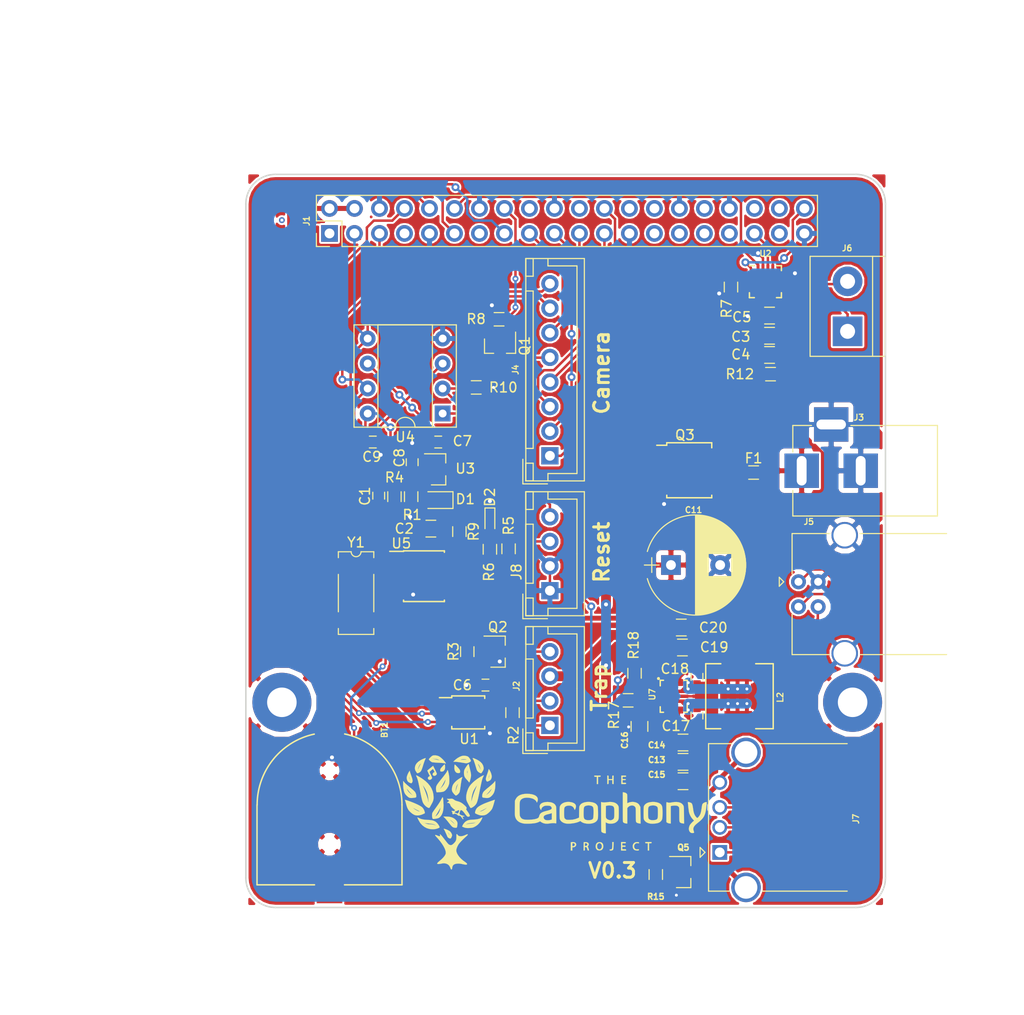
<source format=kicad_pcb>
(kicad_pcb (version 20171130) (host pcbnew 5.0.2-bee76a0~70~ubuntu18.04.1)
  (layers (0 F.Cu signal) (31 B.Cu signal) (34 B.Paste user) (35 F.Paste user) (36 B.SilkS user) (37 F.SilkS user) (38 B.Mask user) (39 F.Mask user) (44 Edge.Cuts user))
  (net 0 "")
  (net 1 +5V)
  (net 2 GND)
  (net 3 "Net-(J1-Pad7)")
  (net 4 "Net-(J1-Pad26)")
  (net 5 "Net-(J1-Pad27)")
  (net 6 "Net-(J1-Pad28)")
  (net 7 "Net-(J1-Pad29)")
  (net 8 "Net-(J1-Pad31)")
  (net 9 "Net-(J1-Pad32)")
  (net 10 "Net-(J1-Pad33)")
  (net 11 "Net-(J4-Pad5)")
  (net 12 "Net-(J5-Pad2)")
  (net 13 "Net-(J5-Pad1)")
  (net 14 "Net-(J5-Pad3)")
  (net 15 "Net-(J7-Pad4)")
  (net 16 "Net-(J1-Pad36)")
  (net 17 VCC)
  (net 18 "Net-(C16-Pad1)")
  (net 19 "Net-(D2-Pad2)")
  (net 20 /SDA)
  (net 21 /SCL)
  (net 22 /I2S_BCLK)
  (net 23 "Net-(J1-Pad13)")
  (net 24 /USB_POWER)
  (net 25 /THERMAL_POWER)
  (net 26 "Net-(J1-Pad18)")
  (net 27 /SPI_MOSI)
  (net 28 /SPI_MISO)
  (net 29 "Net-(J1-Pad22)")
  (net 30 /SPI_SCLK)
  (net 31 /SPI_CEO)
  (net 32 /I2S_LRCLK)
  (net 33 "Net-(J1-Pad37)")
  (net 34 /I2S_DIN)
  (net 35 "Net-(J6-Pad1)")
  (net 36 "Net-(J6-Pad2)")
  (net 37 "Net-(L2-Pad1)")
  (net 38 "Net-(L2-Pad2)")
  (net 39 "Net-(R7-Pad1)")
  (net 40 "Net-(R12-Pad1)")
  (net 41 "Net-(R17-Pad2)")
  (net 42 "Net-(R18-Pad2)")
  (net 43 "Net-(U2-Pad5)")
  (net 44 "Net-(U2-Pad6)")
  (net 45 "Net-(U2-Pad12)")
  (net 46 "Net-(U2-Pad13)")
  (net 47 "Net-(U5-Pad1)")
  (net 48 "Net-(BT1-Pad1)")
  (net 49 "Net-(C2-Pad1)")
  (net 50 +3V3)
  (net 51 "Net-(D1-Pad2)")
  (net 52 "Net-(F1-Pad1)")
  (net 53 "Net-(F1-Pad2)")
  (net 54 /RPi_3V3)
  (net 55 /Rx)
  (net 56 /Tx)
  (net 57 "Net-(J2-Pad4)")
  (net 58 "Net-(J2-Pad2)")
  (net 59 "Net-(J2-Pad1)")
  (net 60 "Net-(J8-Pad3)")
  (net 61 /Reset)
  (net 62 /Enable_trap)
  (net 63 /Tx_enable)
  (net 64 /5V_Enable)
  (net 65 /LED_Indicator)
  (net 66 /Battery_Sense)
  (net 67 "Net-(U5-Pad2)")
  (net 68 "Net-(U5-Pad7)")
  (net 69 "Net-(Y1-Pad2)")
  (net 70 "Net-(Y1-Pad3)")
  (net 71 "Net-(J1-Pad38)")
  (module Connector_USB:USB_A_Horizontal (layer F.Cu) (at 148.16 167.9 90)
    (fp_text reference J7 (at 3.4 13.84 90) (layer F.SilkS) (effects (font (size 0.6 0.6) (thickness 0.125))))
    (fp_text value USB_OUT)
    (pad 4 thru_hole circle (at 7.11 0) (size 1.5 1.5) (drill 1) (layers *.Cu *.Mask) (net 15 "Net-(J7-Pad4)"))
    (pad 3 thru_hole circle (at 4.57 0) (size 1.5 1.5) (drill 1) (layers *.Cu *.Mask) (net 14 "Net-(J5-Pad3)"))
    (pad 2 thru_hole circle (at 2.54 0) (size 1.5 1.5) (drill 1) (layers *.Cu *.Mask) (net 12 "Net-(J5-Pad2)"))
    (pad 1 thru_hole rect (at 0 0) (size 1.5 1.5) (drill 1) (layers *.Cu *.Mask) (net 13 "Net-(J5-Pad1)"))
    (pad 5 thru_hole circle (at 10.16 2.67) (size 3 3) (drill 2.3) (layers *.Cu *.Mask) (net 15 "Net-(J7-Pad4)"))
    (pad 5 thru_hole circle (at -3.56 2.67) (size 3 3) (drill 2.3) (layers *.Cu *.Mask) (net 15 "Net-(J7-Pad4)"))
  )
  (module digikey-footprints:IRF9310PbF (layer F.Cu) (at 142.52 127.29)
    (fp_text reference Q3 (at 2.1 -1.8) (layer F.SilkS))
    (fp_text value Q_PMOS_DGS)
    (pad 3 smd rect (at 0 0) (size 1.78 0.72) (layers F.Cu F.Paste F.Mask) (net 17 VCC))
    (pad 3 smd rect (at 0 1.27) (size 1.78 0.72) (layers F.Cu F.Paste F.Mask) (net 17 VCC))
    (pad 3 smd rect (at 0 2.54) (size 1.78 0.72) (layers F.Cu F.Paste F.Mask) (net 17 VCC))
    (pad 2 smd rect (at 0 3.81) (size 1.78 0.72) (layers F.Cu F.Paste F.Mask) (net 2 GND))
    (pad 1 smd rect (at 5.08 3.81) (size 1.78 0.72) (layers F.Cu F.Paste F.Mask) (net 52 "Net-(F1-Pad1)"))
    (pad 1 smd rect (at 5.08 2.54) (size 1.78 0.72) (layers F.Cu F.Paste F.Mask) (net 52 "Net-(F1-Pad1)"))
    (pad 1 smd rect (at 5.08 1.27) (size 1.78 0.72) (layers F.Cu F.Paste F.Mask) (net 52 "Net-(F1-Pad1)"))
    (pad 1 smd rect (at 5.08 0) (size 1.78 0.72) (layers F.Cu F.Paste F.Mask) (net 52 "Net-(F1-Pad1)"))
  )
  (module pi-hat-footprints:ETQP3MxxxKVP (layer F.Cu) (at 150.035568 152.029229 270)
    (fp_text reference L2 (at 0.120771 -4.264432 270) (layer F.SilkS) (effects (font (size 0.6 0.6) (thickness 0.125))))
    (fp_text value 1.5uH)
    (pad 1 smd rect (at -2.45 0 270) (size 1.9 2.8) (layers F.Cu F.Paste F.Mask) (net 37 "Net-(L2-Pad1)"))
    (pad 2 smd rect (at 2.45 0 270) (size 1.9 2.8) (layers F.Cu F.Paste F.Mask) (net 38 "Net-(L2-Pad2)"))
  )
  (module pi-hat-footprints:TPS63070 (layer F.Cu) (at 143.482068 152.037228)
    (fp_text reference U7 (at -2.182068 -0.187228 90) (layer F.SilkS) (effects (font (size 0.6 0.6) (thickness 0.125))))
    (fp_text value TPS630701)
    (pad 9 smd roundrect (at 0.775 0.5) (size 1.45 0.35) (layers F.Cu) (roundrect_rratio 0.2) (net 38 "Net-(L2-Pad2)"))
    (pad 12 smd roundrect (at 0.525 -1.4) (size 0.85 0.7) (layers F.Cu) (roundrect_rratio 0.07099999999999999) (net 17 VCC))
    (pad 7 smd roundrect (at 0.525 1.4) (size 0.85 0.7) (layers F.Cu) (roundrect_rratio 0.07099999999999999) (net 1 +5V))
    (pad 15 smd roundrect (at -0.725 -1.4 180) (size 0.25 0.6) (layers F.Cu F.Paste F.Mask) (roundrect_rratio 0.2) (net 2 GND))
    (pad 14 smd roundrect (at -0.225 -1.4 180) (size 0.25 0.6) (layers F.Cu F.Paste F.Mask) (roundrect_rratio 0.2) (net 64 /5V_Enable))
    (pad 11 smd roundrect (at 0.775 -0.5 180) (size 1.45 0.35) (layers F.Cu) (roundrect_rratio 0.2) (net 37 "Net-(L2-Pad1)"))
    (pad 10 smd roundrect (at 0.6 0 180) (size 1.8 0.35) (layers F.Cu) (roundrect_rratio 0.2) (net 2 GND))
    (pad 6 smd roundrect (at -0.225 1.4) (size 0.25 0.6) (layers F.Cu F.Paste F.Mask) (roundrect_rratio 0.2) (net 2 GND))
    (pad 5 smd roundrect (at -0.725 1.4) (size 0.25 0.6) (layers F.Cu F.Paste F.Mask) (roundrect_rratio 0.2) (net 1 +5V))
    (pad 4 smd roundrect (at -1.15 0.75) (size 0.6 0.25) (layers F.Cu F.Paste F.Mask) (roundrect_rratio 0.2) (net 2 GND))
    (pad 3 smd roundrect (at -1.15 0.25) (size 0.6 0.25) (layers F.Cu F.Paste F.Mask) (roundrect_rratio 0.2) (net 18 "Net-(C16-Pad1)"))
    (pad 2 smd roundrect (at -1.15 -0.25) (size 0.6 0.25) (layers F.Cu F.Paste F.Mask) (roundrect_rratio 0.2) (net 41 "Net-(R17-Pad2)"))
    (pad 1 smd roundrect (at -1.15 -0.75) (size 0.6 0.25) (layers F.Cu F.Paste F.Mask) (roundrect_rratio 0.2) (net 42 "Net-(R18-Pad2)"))
  )
  (module Capacitors_THT:CP_Radial_D10.0mm_P5.00mm (layer F.Cu) (at 143.2 138.7)
    (fp_text reference C11 (at 2.3 -5.6) (layer F.SilkS) (effects (font (size 0.6 0.6) (thickness 0.125))))
    (fp_text value 820uF)
    (pad 2 thru_hole circle (at 5 0) (size 2 2) (drill 1) (layers *.Cu *.Mask) (net 2 GND))
    (pad 1 thru_hole rect (at 0 0) (size 2 2) (drill 1) (layers *.Cu *.Mask) (net 17 VCC))
  )
  (module Connectors:bornier2 (layer F.Cu) (at 161.15 114.95 90)
    (fp_text reference J6 (at 8.45 -0.05 180) (layer F.SilkS) (effects (font (size 0.6 0.6) (thickness 0.125))))
    (fp_text value Conn_01x02)
    (pad 2 thru_hole circle (at 5.08 0 90) (size 3 3) (drill 1.52) (layers *.Cu *.Mask) (net 36 "Net-(J6-Pad2)"))
    (pad 1 thru_hole rect (at 0 0 90) (size 3 3) (drill 1.52) (layers *.Cu *.Mask) (net 35 "Net-(J6-Pad1)"))
  )
  (module Housings_DFN_QFN:QFN-16-1EP_3x3mm_Pitch0.5mm (layer F.Cu) (at 152.8 109.9)
    (fp_text reference U2 (at 0 -2.85) (layer F.SilkS) (effects (font (size 0.6 0.6) (thickness 0.125))))
    (fp_text value MAX98357)
    (pad 17 smd rect (at -0.45 -0.45) (size 0.9 0.9) (layers F.Cu F.Paste F.Mask))
    (pad 17 smd rect (at -0.45 0.45) (size 0.9 0.9) (layers F.Cu F.Paste F.Mask))
    (pad 17 smd rect (at 0.45 -0.45) (size 0.9 0.9) (layers F.Cu F.Paste F.Mask))
    (pad 17 smd rect (at 0.45 0.45) (size 0.9 0.9) (layers F.Cu F.Paste F.Mask))
    (pad 16 smd oval (at -0.75 -1.475 90) (size 0.75 0.3) (layers F.Cu F.Paste F.Mask) (net 22 /I2S_BCLK))
    (pad 15 smd oval (at -0.25 -1.475 90) (size 0.75 0.3) (layers F.Cu F.Paste F.Mask) (net 2 GND))
    (pad 14 smd oval (at 0.25 -1.475 90) (size 0.75 0.3) (layers F.Cu F.Paste F.Mask) (net 32 /I2S_LRCLK))
    (pad 13 smd oval (at 0.75 -1.475 90) (size 0.75 0.3) (layers F.Cu F.Paste F.Mask) (net 46 "Net-(U2-Pad13)"))
    (pad 12 smd oval (at 1.475 -0.75) (size 0.75 0.3) (layers F.Cu F.Paste F.Mask) (net 45 "Net-(U2-Pad12)"))
    (pad 11 smd oval (at 1.475 -0.25) (size 0.75 0.3) (layers F.Cu F.Paste F.Mask) (net 2 GND))
    (pad 10 smd oval (at 1.475 0.25) (size 0.75 0.3) (layers F.Cu F.Paste F.Mask) (net 36 "Net-(J6-Pad2)"))
    (pad 9 smd oval (at 1.475 0.75) (size 0.75 0.3) (layers F.Cu F.Paste F.Mask) (net 35 "Net-(J6-Pad1)"))
    (pad 8 smd oval (at 0.75 1.475 90) (size 0.75 0.3) (layers F.Cu F.Paste F.Mask) (net 1 +5V))
    (pad 7 smd oval (at 0.25 1.475 90) (size 0.75 0.3) (layers F.Cu F.Paste F.Mask) (net 1 +5V))
    (pad 6 smd oval (at -0.25 1.475 90) (size 0.75 0.3) (layers F.Cu F.Paste F.Mask) (net 44 "Net-(U2-Pad6)"))
    (pad 5 smd oval (at -0.75 1.475 90) (size 0.75 0.3) (layers F.Cu F.Paste F.Mask) (net 43 "Net-(U2-Pad5)"))
    (pad 4 smd oval (at -1.475 0.75) (size 0.75 0.3) (layers F.Cu F.Paste F.Mask) (net 40 "Net-(R12-Pad1)"))
    (pad 3 smd oval (at -1.475 0.25) (size 0.75 0.3) (layers F.Cu F.Paste F.Mask) (net 2 GND))
    (pad 2 smd oval (at -1.475 -0.25) (size 0.75 0.3) (layers F.Cu F.Paste F.Mask) (net 39 "Net-(R7-Pad1)"))
    (pad 1 smd oval (at -1.475 -0.75) (size 0.75 0.3) (layers F.Cu F.Paste F.Mask) (net 34 /I2S_DIN))
  )
  (module Connectors:BARREL_JACK (layer F.Cu) (at 156.484 129.116 180)
    (fp_text reference J3 (at -5.816 5.416) (layer F.SilkS) (effects (font (size 0.6 0.6) (thickness 0.125))))
    (fp_text value Jack-DC)
    (pad 3 thru_hole rect (at -3 4.7 180) (size 3.5 3.5) (drill oval 3 1) (layers *.Cu *.Mask) (net 2 GND))
    (pad 2 thru_hole rect (at -6 0 180) (size 3.5 3.5) (drill oval 1 3) (layers *.Cu *.Mask) (net 2 GND))
    (pad 1 thru_hole rect (at 0 0 180) (size 3.5 3.5) (drill oval 1 3) (layers *.Cu *.Mask) (net 53 "Net-(F1-Pad2)"))
  )
  (module Pin_Headers:Pin_Header_Straight_2x20_Pitch2.54mm (layer F.Cu) (at 108.5 105 90)
    (fp_text reference J1 (at 1.27 -2.33 90) (layer F.SilkS) (effects (font (size 0.6 0.6) (thickness 0.125))))
    (fp_text value Raspberry_Pi_2_3)
    (pad 40 thru_hole oval (at 2.54 48.26 90) (size 1.7 1.7) (drill 1) (layers *.Cu *.Mask) (net 34 /I2S_DIN))
    (pad 39 thru_hole oval (at 0 48.26 90) (size 1.7 1.7) (drill 1) (layers *.Cu *.Mask) (net 2 GND))
    (pad 38 thru_hole oval (at 2.54 45.72 90) (size 1.7 1.7) (drill 1) (layers *.Cu *.Mask) (net 71 "Net-(J1-Pad38)"))
    (pad 37 thru_hole oval (at 0 45.72 90) (size 1.7 1.7) (drill 1) (layers *.Cu *.Mask) (net 33 "Net-(J1-Pad37)"))
    (pad 36 thru_hole oval (at 2.54 43.18 90) (size 1.7 1.7) (drill 1) (layers *.Cu *.Mask) (net 16 "Net-(J1-Pad36)"))
    (pad 35 thru_hole oval (at 0 43.18 90) (size 1.7 1.7) (drill 1) (layers *.Cu *.Mask) (net 32 /I2S_LRCLK))
    (pad 34 thru_hole oval (at 2.54 40.64 90) (size 1.7 1.7) (drill 1) (layers *.Cu *.Mask) (net 2 GND))
    (pad 33 thru_hole oval (at 0 40.64 90) (size 1.7 1.7) (drill 1) (layers *.Cu *.Mask) (net 10 "Net-(J1-Pad33)"))
    (pad 32 thru_hole oval (at 2.54 38.1 90) (size 1.7 1.7) (drill 1) (layers *.Cu *.Mask) (net 9 "Net-(J1-Pad32)"))
    (pad 31 thru_hole oval (at 0 38.1 90) (size 1.7 1.7) (drill 1) (layers *.Cu *.Mask) (net 8 "Net-(J1-Pad31)"))
    (pad 30 thru_hole oval (at 2.54 35.56 90) (size 1.7 1.7) (drill 1) (layers *.Cu *.Mask) (net 2 GND))
    (pad 29 thru_hole oval (at 0 35.56 90) (size 1.7 1.7) (drill 1) (layers *.Cu *.Mask) (net 7 "Net-(J1-Pad29)"))
    (pad 28 thru_hole oval (at 2.54 33.02 90) (size 1.7 1.7) (drill 1) (layers *.Cu *.Mask) (net 6 "Net-(J1-Pad28)"))
    (pad 27 thru_hole oval (at 0 33.02 90) (size 1.7 1.7) (drill 1) (layers *.Cu *.Mask) (net 5 "Net-(J1-Pad27)"))
    (pad 26 thru_hole oval (at 2.54 30.48 90) (size 1.7 1.7) (drill 1) (layers *.Cu *.Mask) (net 4 "Net-(J1-Pad26)"))
    (pad 25 thru_hole oval (at 0 30.48 90) (size 1.7 1.7) (drill 1) (layers *.Cu *.Mask) (net 2 GND))
    (pad 24 thru_hole oval (at 2.54 27.94 90) (size 1.7 1.7) (drill 1) (layers *.Cu *.Mask) (net 31 /SPI_CEO))
    (pad 23 thru_hole oval (at 0 27.94 90) (size 1.7 1.7) (drill 1) (layers *.Cu *.Mask) (net 30 /SPI_SCLK))
    (pad 22 thru_hole oval (at 2.54 25.4 90) (size 1.7 1.7) (drill 1) (layers *.Cu *.Mask) (net 29 "Net-(J1-Pad22)"))
    (pad 21 thru_hole oval (at 0 25.4 90) (size 1.7 1.7) (drill 1) (layers *.Cu *.Mask) (net 28 /SPI_MISO))
    (pad 20 thru_hole oval (at 2.54 22.86 90) (size 1.7 1.7) (drill 1) (layers *.Cu *.Mask) (net 2 GND))
    (pad 19 thru_hole oval (at 0 22.86 90) (size 1.7 1.7) (drill 1) (layers *.Cu *.Mask) (net 27 /SPI_MOSI))
    (pad 18 thru_hole oval (at 2.54 20.32 90) (size 1.7 1.7) (drill 1) (layers *.Cu *.Mask) (net 26 "Net-(J1-Pad18)"))
    (pad 17 thru_hole oval (at 0 20.32 90) (size 1.7 1.7) (drill 1) (layers *.Cu *.Mask) (net 54 /RPi_3V3))
    (pad 16 thru_hole oval (at 2.54 17.78 90) (size 1.7 1.7) (drill 1) (layers *.Cu *.Mask) (net 25 /THERMAL_POWER))
    (pad 15 thru_hole oval (at 0 17.78 90) (size 1.7 1.7) (drill 1) (layers *.Cu *.Mask) (net 24 /USB_POWER))
    (pad 14 thru_hole oval (at 2.54 15.24 90) (size 1.7 1.7) (drill 1) (layers *.Cu *.Mask) (net 2 GND))
    (pad 13 thru_hole oval (at 0 15.24 90) (size 1.7 1.7) (drill 1) (layers *.Cu *.Mask) (net 23 "Net-(J1-Pad13)"))
    (pad 12 thru_hole oval (at 2.54 12.7 90) (size 1.7 1.7) (drill 1) (layers *.Cu *.Mask) (net 22 /I2S_BCLK))
    (pad 11 thru_hole oval (at 0 12.7 90) (size 1.7 1.7) (drill 1) (layers *.Cu *.Mask) (net 63 /Tx_enable))
    (pad 10 thru_hole oval (at 2.54 10.16 90) (size 1.7 1.7) (drill 1) (layers *.Cu *.Mask) (net 55 /Rx))
    (pad 9 thru_hole oval (at 0 10.16 90) (size 1.7 1.7) (drill 1) (layers *.Cu *.Mask) (net 2 GND))
    (pad 8 thru_hole oval (at 2.54 7.62 90) (size 1.7 1.7) (drill 1) (layers *.Cu *.Mask) (net 56 /Tx))
    (pad 7 thru_hole oval (at 0 7.62 90) (size 1.7 1.7) (drill 1) (layers *.Cu *.Mask) (net 3 "Net-(J1-Pad7)"))
    (pad 6 thru_hole oval (at 2.54 5.08 90) (size 1.7 1.7) (drill 1) (layers *.Cu *.Mask) (net 2 GND))
    (pad 5 thru_hole oval (at 0 5.08 90) (size 1.7 1.7) (drill 1) (layers *.Cu *.Mask) (net 21 /SCL))
    (pad 4 thru_hole oval (at 2.54 2.54 90) (size 1.7 1.7) (drill 1) (layers *.Cu *.Mask) (net 1 +5V))
    (pad 3 thru_hole oval (at 0 2.54 90) (size 1.7 1.7) (drill 1) (layers *.Cu *.Mask) (net 20 /SDA))
    (pad 2 thru_hole oval (at 2.54 0 90) (size 1.7 1.7) (drill 1) (layers *.Cu *.Mask) (net 1 +5V))
    (pad 1 thru_hole rect (at 0 0 90) (size 1.7 1.7) (drill 1) (layers *.Cu *.Mask) (net 54 /RPi_3V3))
  )
  (module Connectors_JST:JST_XH_B08B-XH-A_08x2.50mm_Straight (layer F.Cu) (at 130.9 127.6 90)
    (fp_text reference J4 (at 8.75 -3.5 90) (layer F.SilkS) (effects (font (size 0.6 0.6) (thickness 0.125))))
    (fp_text value Conn_01x08)
    (pad 8 thru_hole circle (at 17.5 0 90) (size 1.75 1.75) (drill 1) (layers *.Cu *.Mask) (net 21 /SCL))
    (pad 7 thru_hole circle (at 15 0 90) (size 1.75 1.75) (drill 1) (layers *.Cu *.Mask) (net 20 /SDA))
    (pad 6 thru_hole circle (at 12.5 0 90) (size 1.75 1.75) (drill 1) (layers *.Cu *.Mask) (net 54 /RPi_3V3))
    (pad 5 thru_hole circle (at 10 0 90) (size 1.75 1.75) (drill 1) (layers *.Cu *.Mask) (net 11 "Net-(J4-Pad5)"))
    (pad 4 thru_hole circle (at 7.5 0 90) (size 1.75 1.75) (drill 1) (layers *.Cu *.Mask) (net 30 /SPI_SCLK))
    (pad 3 thru_hole circle (at 5 0 90) (size 1.75 1.75) (drill 1) (layers *.Cu *.Mask) (net 28 /SPI_MISO))
    (pad 2 thru_hole circle (at 2.5 0 90) (size 1.75 1.75) (drill 1) (layers *.Cu *.Mask) (net 27 /SPI_MOSI))
    (pad 1 thru_hole rect (at 0 0 90) (size 1.75 1.75) (drill 1) (layers *.Cu *.Mask) (net 31 /SPI_CEO))
  )
  (module Connectors_JST:JST_XH_B04B-XH-A_04x2.50mm_Straight (layer F.Cu) (at 130.9 155 90)
    (fp_text reference J2 (at 4 -3.4 90) (layer F.SilkS) (effects (font (size 0.6 0.6) (thickness 0.125))))
    (fp_text value Conn_01x04)
    (pad 4 thru_hole circle (at 7.5 0 90) (size 1.75 1.75) (drill 1) (layers *.Cu *.Mask) (net 57 "Net-(J2-Pad4)"))
    (pad 3 thru_hole circle (at 5 0 90) (size 1.75 1.75) (drill 1) (layers *.Cu *.Mask) (net 17 VCC))
    (pad 2 thru_hole circle (at 2.5 0 90) (size 1.75 1.75) (drill 1) (layers *.Cu *.Mask) (net 58 "Net-(J2-Pad2)"))
    (pad 1 thru_hole rect (at 0 0 90) (size 1.75 1.75) (drill 1) (layers *.Cu *.Mask) (net 59 "Net-(J2-Pad1)"))
  )
  (module Connector_USB:USB_B_Horizontal (layer F.Cu) (at 156.16 140.4)
    (fp_text reference J5 (at 1.05 -6.1) (layer F.SilkS) (effects (font (size 0.6 0.6) (thickness 0.125))))
    (fp_text value USB_B)
    (pad 2 thru_hole circle (at 0 2.54 270) (size 1.52 1.52) (drill 0.81) (layers *.Cu *.Mask) (net 12 "Net-(J5-Pad2)"))
    (pad 1 thru_hole circle (at 0 0 270) (size 1.52 1.52) (drill 0.81) (layers *.Cu *.Mask) (net 13 "Net-(J5-Pad1)"))
    (pad 4 thru_hole circle (at 2 0 270) (size 1.52 1.52) (drill 0.81) (layers *.Cu *.Mask) (net 2 GND))
    (pad 3 thru_hole circle (at 2 2.54 270) (size 1.52 1.52) (drill 0.81) (layers *.Cu *.Mask) (net 14 "Net-(J5-Pad3)"))
    (pad 5 thru_hole circle (at 4.7 7.27 270) (size 2.7 2.7) (drill 2.3) (layers *.Cu *.Mask) (net 2 GND))
    (pad 5 thru_hole circle (at 4.7 -4.73 270) (size 2.7 2.7) (drill 2.3) (layers *.Cu *.Mask) (net 2 GND))
  )
  (module pi-hat-footprints:CR1220 (layer F.Cu) (at 108.5 163.07 270)
    (fp_text reference BT1 (at -7.62 -5.588 270) (layer F.SilkS) (effects (font (size 0.6 0.6) (thickness 0.125))))
    (fp_text value 1206)
    (pad "" np_thru_hole circle (at -3.5 0 270) (size 1 1) (drill 1) (layers *.Cu *.Mask))
    (pad "" np_thru_hole circle (at 4 0 270) (size 1.3 1.3) (drill 1.3) (layers *.Cu *.Mask))
    (pad 1 smd rect (at 8.23 0 270) (size 3.54 2.6) (layers F.Cu F.Paste F.Mask) (net 48 "Net-(BT1-Pad1)"))
    (pad 2 smd rect (at -7.57 0 270) (size 3.66 2.6) (layers F.Cu F.Paste F.Mask) (net 2 GND))
  )
  (module Capacitors_SMD:C_0603 (layer F.Cu) (at 113.5 131.65 270)
    (fp_text reference C1 (at 0.05 1.4 270) (layer F.SilkS))
    (fp_text value 2.2uF)
    (pad 2 smd rect (at 0.75 0 270) (size 0.8 0.75) (layers F.Cu F.Paste F.Mask) (net 2 GND))
    (pad 1 smd rect (at -0.75 0 270) (size 0.8 0.75) (layers F.Cu F.Paste F.Mask) (net 66 /Battery_Sense))
  )
  (module Capacitors_SMD:C_0805 (layer F.Cu) (at 118.8 135 180)
    (fp_text reference C2 (at 2.7 0 180) (layer F.SilkS))
    (fp_text value 10uF)
    (pad 1 smd rect (at -1 0 180) (size 1 1.25) (layers F.Cu F.Paste F.Mask) (net 49 "Net-(C2-Pad1)"))
    (pad 2 smd rect (at 1 0 180) (size 1 1.25) (layers F.Cu F.Paste F.Mask) (net 2 GND))
  )
  (module Capacitors_SMD:C_0805 (layer F.Cu) (at 153.220456 115.400423 180)
    (fp_text reference C3 (at 2.920456 -0.099577 180) (layer F.SilkS))
    (fp_text value 10uF)
    (pad 1 smd rect (at -1 0 180) (size 1 1.25) (layers F.Cu F.Paste F.Mask) (net 1 +5V))
    (pad 2 smd rect (at 1 0 180) (size 1 1.25) (layers F.Cu F.Paste F.Mask) (net 2 GND))
  )
  (module Capacitors_SMD:C_0805 (layer F.Cu) (at 153.220456 117.350423 180)
    (fp_text reference C4 (at 2.920456 0.050423 180) (layer F.SilkS))
    (fp_text value 100nF)
    (pad 2 smd rect (at 1 0 180) (size 1 1.25) (layers F.Cu F.Paste F.Mask) (net 2 GND))
    (pad 1 smd rect (at -1 0 180) (size 1 1.25) (layers F.Cu F.Paste F.Mask) (net 1 +5V))
  )
  (module Capacitors_SMD:C_0805 (layer F.Cu) (at 153.220457 113.350423 180)
    (fp_text reference C5 (at 2.820457 -0.149577 180) (layer F.SilkS))
    (fp_text value 10uF)
    (pad 1 smd rect (at -1 0 180) (size 1 1.25) (layers F.Cu F.Paste F.Mask) (net 1 +5V))
    (pad 2 smd rect (at 1 0 180) (size 1 1.25) (layers F.Cu F.Paste F.Mask) (net 2 GND))
  )
  (module Capacitors_SMD:C_0603 (layer F.Cu) (at 124.35 150.9 180)
    (fp_text reference C6 (at 2.35 0 180) (layer F.SilkS))
    (fp_text value 2.2uF)
    (pad 1 smd rect (at -0.75 0 180) (size 0.8 0.75) (layers F.Cu F.Paste F.Mask) (net 1 +5V))
    (pad 2 smd rect (at 0.75 0 180) (size 0.8 0.75) (layers F.Cu F.Paste F.Mask) (net 2 GND))
  )
  (module Capacitors_SMD:C_0603 (layer F.Cu) (at 119.55 126.2 180)
    (fp_text reference C7 (at -2.45 0.1 180) (layer F.SilkS))
    (fp_text value 2.2uF)
    (pad 2 smd rect (at 0.75 0 180) (size 0.8 0.75) (layers F.Cu F.Paste F.Mask) (net 2 GND))
    (pad 1 smd rect (at -0.75 0 180) (size 0.8 0.75) (layers F.Cu F.Paste F.Mask) (net 17 VCC))
  )
  (module Capacitors_SMD:C_0603 (layer F.Cu) (at 116.9 128.25 90)
    (fp_text reference C8 (at 0.45 -1.3 270) (layer F.SilkS))
    (fp_text value 2.2uF)
    (pad 1 smd rect (at -0.75 0 90) (size 0.8 0.75) (layers F.Cu F.Paste F.Mask) (net 50 +3V3))
    (pad 2 smd rect (at 0.75 0 90) (size 0.8 0.75) (layers F.Cu F.Paste F.Mask) (net 2 GND))
  )
  (module Capacitors_SMD:C_0603 (layer F.Cu) (at 112.9 126.2)
    (fp_text reference C9 (at -0.1 1.5) (layer F.SilkS))
    (fp_text value 2.2uF)
    (pad 2 smd rect (at 0.75 0) (size 0.8 0.75) (layers F.Cu F.Paste F.Mask) (net 2 GND))
    (pad 1 smd rect (at -0.75 0) (size 0.8 0.75) (layers F.Cu F.Paste F.Mask) (net 50 +3V3))
  )
  (module Capacitors_SMD:C_0805 (layer F.Cu) (at 144.427568 158.703228)
    (fp_text reference C13 (at -2.677568 -0.203228) (layer F.SilkS) (effects (font (size 0.6 0.6))))
    (fp_text value 22uF)
    (pad 2 smd rect (at 1 0) (size 1 1.25) (layers F.Cu F.Paste F.Mask) (net 2 GND))
    (pad 1 smd rect (at -1 0) (size 1 1.25) (layers F.Cu F.Paste F.Mask) (net 1 +5V))
  )
  (module Capacitors_SMD:C_0805 (layer F.Cu) (at 144.427569 156.734728)
    (fp_text reference C14 (at -2.677569 0.265272) (layer F.SilkS) (effects (font (size 0.6 0.6))))
    (fp_text value 22uF)
    (pad 1 smd rect (at -1 0) (size 1 1.25) (layers F.Cu F.Paste F.Mask) (net 1 +5V))
    (pad 2 smd rect (at 1 0) (size 1 1.25) (layers F.Cu F.Paste F.Mask) (net 2 GND))
  )
  (module Capacitors_SMD:C_0805 (layer F.Cu) (at 144.427569 160.671728)
    (fp_text reference C15 (at -2.677569 -0.671728) (layer F.SilkS) (effects (font (size 0.6 0.6))))
    (fp_text value 22uF)
    (pad 2 smd rect (at 1 0) (size 1 1.25) (layers F.Cu F.Paste F.Mask) (net 2 GND))
    (pad 1 smd rect (at -1 0) (size 1 1.25) (layers F.Cu F.Paste F.Mask) (net 1 +5V))
  )
  (module Capacitors_SMD:C_0805 (layer F.Cu) (at 140 155.1 270)
    (fp_text reference C16 (at 1.4 1.5 270) (layer F.SilkS) (effects (font (size 0.6 0.6))))
    (fp_text value 100nF)
    (pad 2 smd rect (at 1 0 270) (size 1 1.25) (layers F.Cu F.Paste F.Mask) (net 2 GND))
    (pad 1 smd rect (at -1 0 270) (size 1 1.25) (layers F.Cu F.Paste F.Mask) (net 18 "Net-(C16-Pad1)"))
  )
  (module Capacitors_SMD:C_0603 (layer F.Cu) (at 145.844568 153.997728 90)
    (fp_text reference C17 (at -1.052272 -2.144568 180) (layer F.SilkS))
    (fp_text value 10uF)
    (pad 1 smd rect (at -0.75 0 90) (size 0.8 0.75) (layers F.Cu F.Paste F.Mask) (net 1 +5V))
    (pad 2 smd rect (at 0.75 0 90) (size 0.8 0.75) (layers F.Cu F.Paste F.Mask) (net 2 GND))
  )
  (module Capacitors_SMD:C_0603 (layer F.Cu) (at 145.844569 150.060728 270)
    (fp_text reference C18 (at -0.810728 2.244569) (layer F.SilkS))
    (fp_text value 10uF)
    (pad 2 smd rect (at 0.75 0 270) (size 0.8 0.75) (layers F.Cu F.Paste F.Mask) (net 2 GND))
    (pad 1 smd rect (at -0.75 0 270) (size 0.8 0.75) (layers F.Cu F.Paste F.Mask) (net 17 VCC))
  )
  (module Capacitors_SMD:C_0805 (layer F.Cu) (at 144.364068 147.078729)
    (fp_text reference C19 (at 3.235932 -0.028729 180) (layer F.SilkS))
    (fp_text value 10uF)
    (pad 1 smd rect (at -1 0) (size 1 1.25) (layers F.Cu F.Paste F.Mask) (net 17 VCC))
    (pad 2 smd rect (at 1 0) (size 1 1.25) (layers F.Cu F.Paste F.Mask) (net 2 GND))
  )
  (module Capacitors_SMD:C_0805 (layer F.Cu) (at 144.25 145.05)
    (fp_text reference C20 (at 3.25 0) (layer F.SilkS))
    (fp_text value 10uF)
    (pad 2 smd rect (at 1 0) (size 1 1.25) (layers F.Cu F.Paste F.Mask) (net 2 GND))
    (pad 1 smd rect (at -1 0) (size 1 1.25) (layers F.Cu F.Paste F.Mask) (net 17 VCC))
  )
  (module Diodes_SMD:D_SOD-323 (layer F.Cu) (at 119.55 132.1 180)
    (fp_text reference D1 (at -2.75 0.1 180) (layer F.SilkS))
    (fp_text value D_Zener)
    (pad 1 smd rect (at -1.05 0 180) (size 0.6 0.45) (layers F.Cu F.Paste F.Mask) (net 17 VCC))
    (pad 2 smd rect (at 1.05 0 180) (size 0.6 0.45) (layers F.Cu F.Paste F.Mask) (net 51 "Net-(D1-Pad2)"))
  )
  (module LEDs:LED_0603 (layer F.Cu) (at 124.8 134.2 270)
    (fp_text reference D2 (at -2.4 0 270) (layer F.SilkS))
    (fp_text value LED_RED)
    (pad 2 smd rect (at 0.8 0 90) (size 0.8 0.8) (layers F.Cu F.Paste F.Mask) (net 19 "Net-(D2-Pad2)"))
    (pad 1 smd rect (at -0.8 0 90) (size 0.8 0.8) (layers F.Cu F.Paste F.Mask) (net 2 GND))
  )
  (module Resistors_SMD:R_0603_HandSoldering (layer F.Cu) (at 151.6 129.3)
    (fp_text reference F1 (at 0 -1.45) (layer F.SilkS))
    (fp_text value Fuse)
    (pad 1 smd rect (at -1.1 0) (size 1.2 0.9) (layers F.Cu F.Paste F.Mask) (net 52 "Net-(F1-Pad1)"))
    (pad 2 smd rect (at 1.1 0) (size 1.2 0.9) (layers F.Cu F.Paste F.Mask) (net 53 "Net-(F1-Pad2)"))
  )
  (module Resistors_SMD:R_0603 (layer F.Cu) (at 116.8 131.75 90)
    (fp_text reference R1 (at -1.85 0.1 180) (layer F.SilkS))
    (fp_text value 1K)
    (pad 2 smd rect (at 0.75 0 90) (size 0.5 0.9) (layers F.Cu F.Paste F.Mask) (net 66 /Battery_Sense))
    (pad 1 smd rect (at -0.75 0 90) (size 0.5 0.9) (layers F.Cu F.Paste F.Mask) (net 51 "Net-(D1-Pad2)"))
  )
  (module Resistors_SMD:R_0603 (layer F.Cu) (at 127.1 153.7 270)
    (fp_text reference R2 (at 2.3 -0.1 270) (layer F.SilkS))
    (fp_text value 120R)
    (pad 1 smd rect (at -0.75 0 270) (size 0.5 0.9) (layers F.Cu F.Paste F.Mask) (net 58 "Net-(J2-Pad2)"))
    (pad 2 smd rect (at 0.75 0 270) (size 0.5 0.9) (layers F.Cu F.Paste F.Mask) (net 59 "Net-(J2-Pad1)"))
  )
  (module Resistors_SMD:R_0603 (layer F.Cu) (at 122.5 147.5 270)
    (fp_text reference R3 (at 0 1.4 270) (layer F.SilkS))
    (fp_text value 100K)
    (pad 2 smd rect (at 0.75 0 270) (size 0.5 0.9) (layers F.Cu F.Paste F.Mask) (net 2 GND))
    (pad 1 smd rect (at -0.75 0 270) (size 0.5 0.9) (layers F.Cu F.Paste F.Mask) (net 62 /Enable_trap))
  )
  (module Resistors_SMD:R_0603 (layer F.Cu) (at 115.1 131.75 270)
    (fp_text reference R4 (at -1.95 0) (layer F.SilkS))
    (fp_text value 10K)
    (pad 1 smd rect (at -0.75 0 270) (size 0.5 0.9) (layers F.Cu F.Paste F.Mask) (net 66 /Battery_Sense))
    (pad 2 smd rect (at 0.75 0 270) (size 0.5 0.9) (layers F.Cu F.Paste F.Mask) (net 2 GND))
  )
  (module Resistors_SMD:R_0603 (layer F.Cu) (at 126.7 137.05 90)
    (fp_text reference R5 (at 2.35 0 90) (layer F.SilkS))
    (fp_text value 470R)
    (pad 1 smd rect (at -0.75 0 90) (size 0.5 0.9) (layers F.Cu F.Paste F.Mask) (net 65 /LED_Indicator))
    (pad 2 smd rect (at 0.75 0 90) (size 0.5 0.9) (layers F.Cu F.Paste F.Mask) (net 60 "Net-(J8-Pad3)"))
  )
  (module Resistors_SMD:R_0603 (layer F.Cu) (at 124.8 137.1 90)
    (fp_text reference R6 (at -2.3 -0.1 90) (layer F.SilkS))
    (fp_text value 470R)
    (pad 1 smd rect (at -0.75 0 90) (size 0.5 0.9) (layers F.Cu F.Paste F.Mask) (net 65 /LED_Indicator))
    (pad 2 smd rect (at 0.75 0 90) (size 0.5 0.9) (layers F.Cu F.Paste F.Mask) (net 19 "Net-(D2-Pad2)"))
  )
  (module Resistors_SMD:R_0603 (layer F.Cu) (at 149.3 110.45 270)
    (fp_text reference R7 (at 2.2 0.45 270) (layer F.SilkS))
    (fp_text value 100K)
    (pad 2 smd rect (at 0.75 0 270) (size 0.5 0.9) (layers F.Cu F.Paste F.Mask) (net 2 GND))
    (pad 1 smd rect (at -0.75 0 270) (size 0.5 0.9) (layers F.Cu F.Paste F.Mask) (net 39 "Net-(R7-Pad1)"))
  )
  (module Resistors_SMD:R_0603 (layer F.Cu) (at 125.731826 113.724386 180)
    (fp_text reference R8 (at 2.331826 0.024386 180) (layer F.SilkS))
    (fp_text value 100K)
    (pad 2 smd rect (at 0.75 0 180) (size 0.5 0.9) (layers F.Cu F.Paste F.Mask) (net 2 GND))
    (pad 1 smd rect (at -0.75 0 180) (size 0.5 0.9) (layers F.Cu F.Paste F.Mask) (net 25 /THERMAL_POWER))
  )
  (module Resistors_SMD:R_0603 (layer F.Cu) (at 121.7 135.3 270)
    (fp_text reference R9 (at 0 -1.45 270) (layer F.SilkS))
    (fp_text value 1K)
    (pad 2 smd rect (at 0.75 0 270) (size 0.5 0.9) (layers F.Cu F.Paste F.Mask) (net 49 "Net-(C2-Pad1)"))
    (pad 1 smd rect (at -0.75 0 270) (size 0.5 0.9) (layers F.Cu F.Paste F.Mask) (net 50 +3V3))
  )
  (module Resistors_SMD:R_0603 (layer F.Cu) (at 153.320457 119.300423)
    (fp_text reference R12 (at -3.120457 -0.000423) (layer F.SilkS))
    (fp_text value 634K)
    (pad 1 smd rect (at -0.75 0) (size 0.5 0.9) (layers F.Cu F.Paste F.Mask) (net 40 "Net-(R12-Pad1)"))
    (pad 2 smd rect (at 0.75 0) (size 0.5 0.9) (layers F.Cu F.Paste F.Mask) (net 1 +5V))
  )
  (module Resistors_SMD:R_0603 (layer F.Cu) (at 141.66 170.15 270)
    (fp_text reference R15 (at 2.25 0) (layer F.SilkS) (effects (font (size 0.6 0.6))))
    (fp_text value 100K)
    (pad 1 smd rect (at -0.75 0 270) (size 0.5 0.9) (layers F.Cu F.Paste F.Mask) (net 24 /USB_POWER))
    (pad 2 smd rect (at 0.75 0 270) (size 0.5 0.9) (layers F.Cu F.Paste F.Mask) (net 2 GND))
  )
  (module Resistors_SMD:R_0603 (layer F.Cu) (at 138.85 152.45)
    (fp_text reference R17 (at -1.45 1.5 90) (layer F.SilkS))
    (fp_text value 100K)
    (pad 2 smd rect (at 0.75 0) (size 0.5 0.9) (layers F.Cu F.Paste F.Mask) (net 41 "Net-(R17-Pad2)"))
    (pad 1 smd rect (at -0.75 0) (size 0.5 0.9) (layers F.Cu F.Paste F.Mask) (net 1 +5V))
  )
  (module Resistors_SMD:R_0603 (layer F.Cu) (at 139.5 149.7 270)
    (fp_text reference R18 (at -2.85 0.1 270) (layer F.SilkS))
    (fp_text value 10K)
    (pad 1 smd rect (at -0.75 0 270) (size 0.5 0.9) (layers F.Cu F.Paste F.Mask) (net 17 VCC))
    (pad 2 smd rect (at 0.75 0 270) (size 0.5 0.9) (layers F.Cu F.Paste F.Mask) (net 42 "Net-(R18-Pad2)"))
  )
  (module Housings_SSOP:MSOP-8_3x3mm_Pitch0.65mm (layer F.Cu) (at 122.6 153.675)
    (fp_text reference U1 (at 0.1 2.7) (layer F.SilkS))
    (fp_text value MAX485E)
    (pad 1 smd rect (at -2.2 -0.975) (size 1.45 0.45) (layers F.Cu F.Paste F.Mask) (net 56 /Tx))
    (pad 2 smd rect (at -2.2 -0.325) (size 1.45 0.45) (layers F.Cu F.Paste F.Mask) (net 63 /Tx_enable))
    (pad 3 smd rect (at -2.2 0.325) (size 1.45 0.45) (layers F.Cu F.Paste F.Mask) (net 63 /Tx_enable))
    (pad 4 smd rect (at -2.2 0.975) (size 1.45 0.45) (layers F.Cu F.Paste F.Mask) (net 55 /Rx))
    (pad 5 smd rect (at 2.2 0.975) (size 1.45 0.45) (layers F.Cu F.Paste F.Mask) (net 2 GND))
    (pad 6 smd rect (at 2.2 0.325) (size 1.45 0.45) (layers F.Cu F.Paste F.Mask) (net 59 "Net-(J2-Pad1)"))
    (pad 7 smd rect (at 2.2 -0.325) (size 1.45 0.45) (layers F.Cu F.Paste F.Mask) (net 58 "Net-(J2-Pad2)"))
    (pad 8 smd rect (at 2.2 -0.975) (size 1.45 0.45) (layers F.Cu F.Paste F.Mask) (net 1 +5V))
  )
  (module TO_SOT_Packages_SMD:SOT-23 (layer F.Cu) (at 119.555001 128.975001)
    (fp_text reference U3 (at 2.744999 -0.075001) (layer F.SilkS))
    (fp_text value AP2210N-3.3TRG1)
    (pad 1 smd rect (at -1 -0.95) (size 0.9 0.8) (layers F.Cu F.Paste F.Mask) (net 2 GND))
    (pad 2 smd rect (at -1 0.95) (size 0.9 0.8) (layers F.Cu F.Paste F.Mask) (net 50 +3V3))
    (pad 3 smd rect (at 1 0) (size 0.9 0.8) (layers F.Cu F.Paste F.Mask) (net 17 VCC))
  )
  (module Housings_DIP:DIP-8_W7.62mm_Socket (layer F.Cu) (at 120 123.3 180)
    (fp_text reference U4 (at 3.81 -2.39 180) (layer F.SilkS))
    (fp_text value ATTINY85-20SU)
    (pad 1 thru_hole rect (at 0 0 180) (size 1.6 1.6) (drill 0.8) (layers *.Cu *.Mask) (net 61 /Reset))
    (pad 5 thru_hole oval (at 7.62 7.62 180) (size 1.6 1.6) (drill 0.8) (layers *.Cu *.Mask) (net 20 /SDA))
    (pad 2 thru_hole oval (at 0 2.54 180) (size 1.6 1.6) (drill 0.8) (layers *.Cu *.Mask) (net 64 /5V_Enable))
    (pad 6 thru_hole oval (at 7.62 5.08 180) (size 1.6 1.6) (drill 0.8) (layers *.Cu *.Mask) (net 65 /LED_Indicator))
    (pad 3 thru_hole oval (at 0 5.08 180) (size 1.6 1.6) (drill 0.8) (layers *.Cu *.Mask) (net 66 /Battery_Sense))
    (pad 7 thru_hole oval (at 7.62 2.54 180) (size 1.6 1.6) (drill 0.8) (layers *.Cu *.Mask) (net 21 /SCL))
    (pad 4 thru_hole oval (at 0 7.62 180) (size 1.6 1.6) (drill 0.8) (layers *.Cu *.Mask) (net 2 GND))
    (pad 8 thru_hole oval (at 7.62 0 180) (size 1.6 1.6) (drill 0.8) (layers *.Cu *.Mask) (net 50 +3V3))
  )
  (module Housings_SOIC:SOIC-8_3.9x4.9mm_Pitch1.27mm (layer F.Cu) (at 118.1 139.835)
    (fp_text reference U5 (at -2.3 -3.335) (layer F.SilkS))
    (fp_text value PCF8523)
    (pad 1 smd rect (at -2.7 -1.905) (size 1.55 0.6) (layers F.Cu F.Paste F.Mask) (net 47 "Net-(U5-Pad1)"))
    (pad 2 smd rect (at -2.7 -0.635) (size 1.55 0.6) (layers F.Cu F.Paste F.Mask) (net 67 "Net-(U5-Pad2)"))
    (pad 3 smd rect (at -2.7 0.635) (size 1.55 0.6) (layers F.Cu F.Paste F.Mask) (net 48 "Net-(BT1-Pad1)"))
    (pad 4 smd rect (at -2.7 1.905) (size 1.55 0.6) (layers F.Cu F.Paste F.Mask) (net 2 GND))
    (pad 5 smd rect (at 2.7 1.905) (size 1.55 0.6) (layers F.Cu F.Paste F.Mask) (net 20 /SDA))
    (pad 6 smd rect (at 2.7 0.635) (size 1.55 0.6) (layers F.Cu F.Paste F.Mask) (net 21 /SCL))
    (pad 7 smd rect (at 2.7 -0.635) (size 1.55 0.6) (layers F.Cu F.Paste F.Mask) (net 68 "Net-(U5-Pad7)"))
    (pad 8 smd rect (at 2.7 -1.905) (size 1.55 0.6) (layers F.Cu F.Paste F.Mask) (net 49 "Net-(C2-Pad1)"))
  )
  (module Crystals:Crystal_SMD_SeikoEpson_MC306-4pin_8.0x3.2mm (layer F.Cu) (at 111.2 141.55 270)
    (fp_text reference Y1 (at -5.15 0) (layer F.SilkS))
    (fp_text value 32.768)
    (pad 1 smd rect (at -2.75 1.6 270) (size 1.3 1.9) (layers F.Cu F.Paste F.Mask) (net 47 "Net-(U5-Pad1)"))
    (pad 2 smd rect (at 2.75 1.6 270) (size 1.3 1.9) (layers F.Cu F.Paste F.Mask) (net 69 "Net-(Y1-Pad2)"))
    (pad 3 smd rect (at 2.75 -1.6 270) (size 1.3 1.9) (layers F.Cu F.Paste F.Mask) (net 70 "Net-(Y1-Pad3)"))
    (pad 4 smd rect (at -2.75 -1.6 270) (size 1.3 1.9) (layers F.Cu F.Paste F.Mask) (net 67 "Net-(U5-Pad2)"))
  )
  (module Connectors_JST:JST_XH_B04B-XH-A_04x2.50mm_Straight (layer F.Cu) (at 130.9 141.3 90)
    (fp_text reference J8 (at 1.9 -3.4 90) (layer F.SilkS))
    (fp_text value Conn_01x04)
    (pad 1 thru_hole rect (at 0 0 90) (size 1.75 1.75) (drill 1) (layers *.Cu *.Mask) (net 2 GND))
    (pad 2 thru_hole circle (at 2.5 0 90) (size 1.75 1.75) (drill 1) (layers *.Cu *.Mask) (net 2 GND))
    (pad 3 thru_hole circle (at 5 0 90) (size 1.75 1.75) (drill 1) (layers *.Cu *.Mask) (net 60 "Net-(J8-Pad3)"))
    (pad 4 thru_hole circle (at 7.5 0 90) (size 1.75 1.75) (drill 1) (layers *.Cu *.Mask) (net 61 /Reset))
  )
  (module Mounting_Holes:MountingHole_3mm_Pad (layer F.Cu) (at 103.66 152.65)
    (fp_text reference MK1 hide)
    (fp_text value Mounting_Hole)
    (pad 1 thru_hole circle (at 0 0) (size 6 6) (drill 3) (layers *.Cu *.Mask))
  )
  (module Mounting_Holes:MountingHole_3mm_Pad (layer F.Cu) (at 161.66 152.65)
    (fp_text reference MK2 hide)
    (fp_text value Mounting_Hole)
    (pad 1 thru_hole circle (at 0 0) (size 6 6) (drill 3) (layers *.Cu *.Mask))
  )
  (module pi-hat-footprints:logo (layer F.Cu) (at 131.5 163.75)
    (fp_text reference G*** hide)
    (fp_text value LOGO hide)
  )
  (module Resistors_SMD:R_0603 (layer F.Cu) (at 123.41 120.65)
    (fp_text reference R10 (at 2.75 0) (layer F.SilkS))
    (fp_text value 100K)
    (pad 1 smd rect (at -0.75 0) (size 0.5 0.9) (layers F.Cu F.Paste F.Mask) (net 64 /5V_Enable))
    (pad 2 smd rect (at 0.75 0) (size 0.5 0.9) (layers F.Cu F.Paste F.Mask) (net 2 GND))
  )
  (module TO_SOT_Packages_SMD:SOT-23 (layer F.Cu) (at 125.831826 116.424386 270)
    (fp_text reference Q1 (at 0 -2.5 270) (layer F.SilkS))
    (fp_text value Q_NMOS_GSD)
    (pad 1 smd rect (at -1 -0.95 270) (size 0.9 0.8) (layers F.Cu F.Paste F.Mask) (net 25 /THERMAL_POWER))
    (pad 2 smd rect (at -1 0.95 270) (size 0.9 0.8) (layers F.Cu F.Paste F.Mask) (net 2 GND))
    (pad 3 smd rect (at 1 0 270) (size 0.9 0.8) (layers F.Cu F.Paste F.Mask) (net 11 "Net-(J4-Pad5)"))
  )
  (module TO_SOT_Packages_SMD:SOT-23 (layer F.Cu) (at 125.6 147.5)
    (fp_text reference Q2 (at 0 -2.5) (layer F.SilkS))
    (fp_text value Q_NMOS_GSD)
    (pad 1 smd rect (at -1 -0.95) (size 0.9 0.8) (layers F.Cu F.Paste F.Mask) (net 62 /Enable_trap))
    (pad 2 smd rect (at -1 0.95) (size 0.9 0.8) (layers F.Cu F.Paste F.Mask) (net 2 GND))
    (pad 3 smd rect (at 1 0) (size 0.9 0.8) (layers F.Cu F.Paste F.Mask) (net 57 "Net-(J2-Pad4)"))
  )
  (module TO_SOT_Packages_SMD:SOT-23 (layer F.Cu) (at 144.46 169.9)
    (fp_text reference Q5 (at 0 -2.5) (layer F.SilkS) (effects (font (size 0.6 0.6))))
    (fp_text value Q_NMOS_GSD)
    (pad 3 smd rect (at 1 0) (size 0.9 0.8) (layers F.Cu F.Paste F.Mask) (net 15 "Net-(J7-Pad4)"))
    (pad 2 smd rect (at -1 0.95) (size 0.9 0.8) (layers F.Cu F.Paste F.Mask) (net 2 GND))
    (pad 1 smd rect (at -1 -0.95) (size 0.9 0.8) (layers F.Cu F.Paste F.Mask) (net 24 /USB_POWER))
  )
  (gr_text "V0.3\n" (at 137.25 169.75) (layer F.SilkS) (effects (font (size 1.5 1.5) (thickness 0.3))))
  (gr_text Reset (at 136.16 137.4 90) (layer F.SilkS) (effects (font (size 1.5 1.5) (thickness 0.3))))
  (gr_text "Trap\n" (at 135.91 151.15 90) (layer F.SilkS) (effects (font (size 1.5 1.5) (thickness 0.3))))
  (gr_text Camera (at 136.16 119.15 90) (layer F.SilkS) (effects (font (size 1.5 1.5) (thickness 0.3))))
  (gr_arc (start 103 102) (end 103 99) (angle -90) (layer Edge.Cuts) (width 0.15))
  (gr_line (start 162 173.5) (end 103 173.5) (layer Edge.Cuts) (width 0.15))
  (gr_arc (start 162 102) (end 165 102) (angle -90) (layer Edge.Cuts) (width 0.15))
  (gr_line (start 103 99) (end 162 99) (layer Edge.Cuts) (width 0.15))
  (gr_line (start 100 170.5) (end 100 102) (layer Edge.Cuts) (width 0.15))
  (gr_arc (start 103 170.5) (end 100 170.5) (angle -90) (layer Edge.Cuts) (width 0.15))
  (gr_arc (start 162 170.5) (end 162 173.5) (angle -90) (layer Edge.Cuts) (width 0.15))
  (gr_line (start 165 102) (end 165 170.5) (layer Edge.Cuts) (width 0.15))
  (via (at 103.66 103.65) (size 0.6) (drill 0.3) (layers F.Cu B.Cu) (net 0))
  (segment (start 142.757068 153.837228) (end 142.7 153.894296) (width 0.25) (layer F.Cu) (net 1))
  (segment (start 142.7 153.894296) (end 142.7 154.45) (width 0.25) (layer F.Cu) (net 1))
  (segment (start 142.7 154.45) (end 142.994296 154.45) (width 0.25) (layer F.Cu) (net 1))
  (segment (start 144.007068 154.542932) (end 144 154.55) (width 0.25) (layer F.Cu) (net 1))
  (segment (start 144.007068 153.437228) (end 144.007068 154.542932) (width 0.25) (layer F.Cu) (net 1))
  (segment (start 144.411864 154.947728) (end 144.007068 154.542932) (width 0.25) (layer F.Cu) (net 1))
  (segment (start 145.844568 154.947728) (end 144.411864 154.947728) (width 0.25) (layer F.Cu) (net 1))
  (segment (start 144.007068 153.437228) (end 143.757068 153.437228) (width 0.25) (layer F.Cu) (net 1))
  (segment (start 143.757068 153.837228) (end 143.757068 153.437228) (width 0.25) (layer F.Cu) (net 1))
  (segment (start 143.632058 153.962238) (end 143.757068 153.837228) (width 0.25) (layer F.Cu) (net 1))
  (segment (start 142.882078 153.962238) (end 143.632058 153.962238) (width 0.25) (layer F.Cu) (net 1))
  (segment (start 142.757068 153.837228) (end 142.882078 153.962238) (width 0.25) (layer F.Cu) (net 1))
  (segment (start 142.757068 153.437228) (end 142.757068 153.837228) (width 0.25) (layer F.Cu) (net 1))
  (segment (start 153.05 111.375) (end 153.05 111.771765) (width 0.25) (layer F.Cu) (net 1))
  (segment (start 153.55 111.6) (end 153.55 111.375) (width 0.25) (layer F.Cu) (net 1))
  (segment (start 154.420457 117.400422) (end 154.470456 117.350423) (width 0.4) (layer F.Cu) (net 1))
  (segment (start 140.903228 159.703228) (end 143.427568 159.703228) (width 0.25) (layer F.Cu) (net 1))
  (segment (start 138.1 153.2) (end 138.1 156.9) (width 0.25) (layer F.Cu) (net 1))
  (segment (start 138.1 156.9) (end 140.903228 159.703228) (width 0.25) (layer F.Cu) (net 1))
  (segment (start 124.8 151.2) (end 125.1 150.9) (width 0.25) (layer F.Cu) (net 1))
  (segment (start 124.8 152.7) (end 124.8 151.2) (width 0.25) (layer F.Cu) (net 1))
  (segment (start 154.070457 117.500422) (end 154.220456 117.350423) (width 0.25) (layer F.Cu) (net 1))
  (segment (start 154.070457 119.300423) (end 154.070457 117.500422) (width 0.25) (layer F.Cu) (net 1))
  (segment (start 154.220456 117.350423) (end 154.220456 115.400423) (width 0.25) (layer F.Cu) (net 1))
  (segment (start 154.220456 113.350424) (end 154.220457 113.350423) (width 0.25) (layer F.Cu) (net 1))
  (segment (start 154.220456 115.400423) (end 154.220456 113.350424) (width 0.25) (layer F.Cu) (net 1))
  (segment (start 154.220457 112.045457) (end 153.55 111.375) (width 0.25) (layer F.Cu) (net 1))
  (segment (start 154.220457 113.350423) (end 154.220457 112.045457) (width 0.25) (layer F.Cu) (net 1))
  (segment (start 153.470457 113.350423) (end 154.220457 113.350423) (width 0.25) (layer F.Cu) (net 1))
  (segment (start 153.05 112.929966) (end 153.470457 113.350423) (width 0.25) (layer F.Cu) (net 1))
  (segment (start 153.05 111.375) (end 153.05 112.929966) (width 0.25) (layer F.Cu) (net 1))
  (segment (start 136.6 161.671728) (end 136.6 148.9) (width 1) (layer F.Cu) (net 1))
  (via (at 136.6 148.9) (size 0.8) (drill 0.4) (layers F.Cu B.Cu) (net 1))
  (via (at 136.6 142.7) (size 0.8) (drill 0.4) (layers F.Cu B.Cu) (net 1))
  (segment (start 136.6 148.9) (end 136.6 142.7) (width 1) (layer B.Cu) (net 1))
  (segment (start 136.6 142.7) (end 136.6 126.3) (width 1) (layer F.Cu) (net 1))
  (segment (start 136.6 126.3) (end 141.7 121.2) (width 1) (layer F.Cu) (net 1))
  (segment (start 141.7 121.2) (end 154.7 121.2) (width 1) (layer F.Cu) (net 1))
  (segment (start 154.7 121.2) (end 155.8 120.1) (width 1) (layer F.Cu) (net 1))
  (segment (start 155.8 120.1) (end 155.8 113.4) (width 1) (layer F.Cu) (net 1))
  (segment (start 123.825 152.7) (end 124.8 152.7) (width 0.25) (layer F.Cu) (net 1))
  (segment (start 123.7 152.825) (end 123.825 152.7) (width 0.25) (layer F.Cu) (net 1))
  (segment (start 123.7 161.671728) (end 123.7 152.825) (width 0.25) (layer F.Cu) (net 1))
  (segment (start 136.6 161.671728) (end 123.7 161.671728) (width 2) (layer F.Cu) (net 1))
  (segment (start 123.7 161.671728) (end 122.421728 161.671728) (width 2) (layer F.Cu) (net 1))
  (segment (start 105.2 144.45) (end 105.2 102.5) (width 2) (layer F.Cu) (net 1))
  (segment (start 122.421728 161.671728) (end 105.2 144.45) (width 2) (layer F.Cu) (net 1))
  (segment (start 138.1 153.2) (end 138.1 152.45) (width 0.25) (layer F.Cu) (net 1))
  (segment (start 136.6 161.671728) (end 141.421728 161.671728) (width 2) (layer F.Cu) (net 1))
  (segment (start 151.970457 115.400422) (end 151.970456 115.400423) (width 0.4) (layer F.Cu) (net 2))
  (segment (start 155.2 109.65) (end 155.8 109.05) (width 0.25) (layer F.Cu) (net 2))
  (via (at 155.8 109.05) (size 0.8) (drill 0.4) (layers F.Cu B.Cu) (net 2))
  (segment (start 154.275 109.65) (end 155.2 109.65) (width 0.25) (layer F.Cu) (net 2))
  (segment (start 152.55 107.5) (end 152.05 107) (width 0.25) (layer F.Cu) (net 2))
  (via (at 152.05 107) (size 0.8) (drill 0.4) (layers F.Cu B.Cu) (net 2))
  (segment (start 152.55 108.425) (end 152.55 107.5) (width 0.25) (layer F.Cu) (net 2))
  (segment (start 145.479068 152.037229) (end 146.812569 152.037229) (width 0.35) (layer F.Cu) (net 2))
  (segment (start 145.844569 153.047728) (end 145.844568 152.047729) (width 0.4) (layer F.Cu) (net 2))
  (segment (start 145.844568 152.047729) (end 145.844569 151.015728) (width 0.4) (layer F.Cu) (net 2))
  (segment (start 146.812569 152.037229) (end 147.305068 152.529729) (width 1) (layer F.Cu) (net 2))
  (segment (start 146.812569 152.037229) (end 146.812569 152.016228) (width 1) (layer F.Cu) (net 2))
  (segment (start 146.812569 152.016228) (end 147.368568 151.460228) (width 1) (layer F.Cu) (net 2))
  (segment (start 147.368569 152.466228) (end 147.305068 152.529729) (width 1) (layer F.Cu) (net 2))
  (segment (start 147.368568 151.460228) (end 147.368569 152.466228) (width 1) (layer F.Cu) (net 2))
  (segment (start 147.368569 152.539728) (end 147.368568 156.921228) (width 1) (layer F.Cu) (net 2))
  (segment (start 145.614069 147.078728) (end 147.368569 147.078728) (width 0.35) (layer F.Cu) (net 2))
  (segment (start 147.368569 147.078728) (end 147.368569 145.046728) (width 1) (layer F.Cu) (net 2))
  (segment (start 147.368568 151.460228) (end 147.368569 147.078728) (width 1) (layer F.Cu) (net 2))
  (segment (start 145.614069 145.046728) (end 147.368569 145.046728) (width 0.35) (layer F.Cu) (net 2))
  (segment (start 142.732068 152.787228) (end 142.332068 152.787228) (width 0.25) (layer F.Cu) (net 2))
  (segment (start 143.257068 153.037228) (end 143.007068 152.787228) (width 0.25) (layer F.Cu) (net 2))
  (segment (start 143.257068 153.437228) (end 143.257068 153.037228) (width 0.25) (layer F.Cu) (net 2))
  (segment (start 142.857078 152.744306) (end 142.9 152.787228) (width 0.25) (layer F.Cu) (net 2))
  (segment (start 142.857078 150.737238) (end 142.857078 152.744306) (width 0.25) (layer F.Cu) (net 2))
  (segment (start 142.757068 150.637228) (end 142.857078 150.737238) (width 0.25) (layer F.Cu) (net 2))
  (segment (start 143.007068 152.787228) (end 142.9 152.787228) (width 0.25) (layer F.Cu) (net 2))
  (segment (start 142.9 152.787228) (end 142.732068 152.787228) (width 0.25) (layer F.Cu) (net 2))
  (segment (start 145.082068 152.037228) (end 144.082068 152.037228) (width 0.25) (layer F.Cu) (net 2))
  (segment (start 145.479068 152.037229) (end 145.082068 152.037228) (width 0.25) (layer F.Cu) (net 2))
  (segment (start 144.082068 152.037228) (end 143.652772 152.037228) (width 0.25) (layer F.Cu) (net 2))
  (segment (start 143.652772 152.037228) (end 143.65 152.04) (width 0.25) (layer F.Cu) (net 2))
  (segment (start 143.65 152.04) (end 143.65 152.06) (width 0.25) (layer F.Cu) (net 2))
  (segment (start 143.65 152.06) (end 143.66 152.06) (width 0.25) (layer F.Cu) (net 2))
  (segment (start 143.66 152.06) (end 143.68 152.04) (width 0.25) (layer F.Cu) (net 2))
  (segment (start 143.68 152.04) (end 143.69 152.05) (width 0.25) (layer F.Cu) (net 2))
  (segment (start 143.69 152.05) (end 144.26 152.05) (width 0.25) (layer F.Cu) (net 2))
  (via (at 142.5 132.5) (size 0.8) (drill 0.4) (layers F.Cu B.Cu) (net 2))
  (segment (start 142.5 131.12) (end 142.52 131.1) (width 0.25) (layer F.Cu) (net 2))
  (segment (start 142.5 132.5) (end 142.5 131.12) (width 0.25) (layer F.Cu) (net 2))
  (segment (start 124.981826 115.124386) (end 124.881826 115.224386) (width 0.25) (layer F.Cu) (net 2))
  (segment (start 124.981826 113.724386) (end 124.981826 115.124386) (width 0.25) (layer F.Cu) (net 2))
  (segment (start 113.7 132.5) (end 113.5 132.3) (width 0.25) (layer F.Cu) (net 2))
  (segment (start 115.1 132.5) (end 113.7 132.5) (width 0.25) (layer F.Cu) (net 2))
  (segment (start 118.03 127.5) (end 118.555001 128.025001) (width 0.25) (layer F.Cu) (net 2))
  (segment (start 116.9 127.5) (end 118.03 127.5) (width 0.25) (layer F.Cu) (net 2))
  (segment (start 118.555001 126.444999) (end 118.8 126.2) (width 0.25) (layer F.Cu) (net 2))
  (segment (start 118.555001 128.025001) (end 118.555001 126.444999) (width 0.25) (layer F.Cu) (net 2))
  (segment (start 130.025001 137.925001) (end 130.9 138.8) (width 0.25) (layer F.Cu) (net 2))
  (segment (start 129.424999 137.324999) (end 130.025001 137.925001) (width 0.25) (layer F.Cu) (net 2))
  (segment (start 126.619997 137.324999) (end 129.424999 137.324999) (width 0.25) (layer F.Cu) (net 2))
  (segment (start 126.024999 136.730001) (end 126.619997 137.324999) (width 0.25) (layer F.Cu) (net 2))
  (segment (start 126.024999 133.974999) (end 126.024999 136.730001) (width 0.25) (layer F.Cu) (net 2))
  (segment (start 125.45 133.4) (end 126.024999 133.974999) (width 0.25) (layer F.Cu) (net 2))
  (segment (start 124.8 133.4) (end 125.45 133.4) (width 0.25) (layer F.Cu) (net 2))
  (segment (start 130.9 141.3) (end 130.9 138.8) (width 0.25) (layer F.Cu) (net 2))
  (segment (start 124.09 148.25) (end 124.29 148.45) (width 0.25) (layer F.Cu) (net 2))
  (segment (start 122.5 148.25) (end 124.09 148.25) (width 0.25) (layer F.Cu) (net 2))
  (via (at 116.7 133.8) (size 0.8) (drill 0.4) (layers F.Cu B.Cu) (net 2))
  (segment (start 117.8 135) (end 117.8 134.9) (width 0.25) (layer F.Cu) (net 2))
  (segment (start 117.8 134.9) (end 116.7 133.8) (width 0.25) (layer F.Cu) (net 2))
  (segment (start 116.4 133.8) (end 115.1 132.5) (width 0.25) (layer F.Cu) (net 2))
  (segment (start 116.7 133.8) (end 116.4 133.8) (width 0.25) (layer F.Cu) (net 2))
  (via (at 124.8 132.2) (size 0.8) (drill 0.4) (layers F.Cu B.Cu) (net 2))
  (segment (start 124.8 133.4) (end 124.8 132.2) (width 0.25) (layer F.Cu) (net 2))
  (segment (start 113.65 126.2) (end 113.65 127.45) (width 0.25) (layer F.Cu) (net 2))
  (via (at 113.7 127.5) (size 0.8) (drill 0.4) (layers F.Cu B.Cu) (net 2))
  (segment (start 113.65 127.45) (end 113.7 127.5) (width 0.25) (layer F.Cu) (net 2))
  (via (at 116.9 126.3) (size 0.8) (drill 0.4) (layers F.Cu B.Cu) (net 2))
  (segment (start 116.9 127.5) (end 116.9 126.3) (width 0.25) (layer F.Cu) (net 2))
  (via (at 125 112.3) (size 0.8) (drill 0.4) (layers F.Cu B.Cu) (net 2))
  (segment (start 124.981826 113.724386) (end 124.981826 112.318174) (width 0.25) (layer F.Cu) (net 2))
  (segment (start 124.981826 112.318174) (end 125 112.3) (width 0.25) (layer F.Cu) (net 2))
  (segment (start 124.29 148.45) (end 125.75 148.45) (width 0.25) (layer F.Cu) (net 2))
  (via (at 125.8 148.5) (size 0.8) (drill 0.4) (layers F.Cu B.Cu) (net 2))
  (segment (start 125.75 148.45) (end 125.8 148.5) (width 0.25) (layer F.Cu) (net 2))
  (via (at 122.4 150.9) (size 0.8) (drill 0.4) (layers F.Cu B.Cu) (net 2))
  (segment (start 123.6 150.9) (end 122.4 150.9) (width 0.25) (layer F.Cu) (net 2))
  (via (at 124.8 155.8) (size 0.8) (drill 0.4) (layers F.Cu B.Cu) (net 2))
  (segment (start 124.8 154.65) (end 124.8 155.8) (width 0.25) (layer F.Cu) (net 2))
  (via (at 117 141.7) (size 0.8) (drill 0.4) (layers F.Cu B.Cu) (net 2))
  (segment (start 115.4 141.74) (end 116.96 141.74) (width 0.25) (layer F.Cu) (net 2))
  (segment (start 116.96 141.74) (end 117 141.7) (width 0.25) (layer F.Cu) (net 2))
  (segment (start 152.220456 117.350423) (end 152.220456 115.400423) (width 0.25) (layer F.Cu) (net 2))
  (segment (start 152.220456 113.350424) (end 152.220457 113.350423) (width 0.25) (layer F.Cu) (net 2))
  (segment (start 152.220456 115.400423) (end 152.220456 113.350424) (width 0.25) (layer F.Cu) (net 2))
  (segment (start 150.35 110.15) (end 151.325 110.15) (width 0.25) (layer F.Cu) (net 2))
  (segment (start 149.3 111.2) (end 150.35 110.15) (width 0.25) (layer F.Cu) (net 2))
  (via (at 148.1 111.1) (size 0.8) (drill 0.4) (layers F.Cu B.Cu) (net 2))
  (segment (start 149.3 111.2) (end 148.2 111.2) (width 0.25) (layer F.Cu) (net 2))
  (segment (start 148.2 111.2) (end 148.1 111.1) (width 0.25) (layer F.Cu) (net 2))
  (via (at 151 113.4) (size 0.8) (drill 0.4) (layers F.Cu B.Cu) (net 2))
  (segment (start 152.220457 113.350423) (end 151.049577 113.350423) (width 0.25) (layer F.Cu) (net 2))
  (segment (start 151.049577 113.350423) (end 151 113.4) (width 0.25) (layer F.Cu) (net 2))
  (segment (start 147.305068 157.734728) (end 147.368568 157.671228) (width 0.25) (layer F.Cu) (net 2))
  (segment (start 145.427569 157.734728) (end 147.305068 157.734728) (width 0.25) (layer F.Cu) (net 2))
  (segment (start 145.427569 158.703229) (end 145.427568 158.703228) (width 0.25) (layer F.Cu) (net 2))
  (segment (start 145.427569 160.671728) (end 145.427569 158.703229) (width 0.25) (layer F.Cu) (net 2))
  (segment (start 145.427568 156.734729) (end 145.427569 156.734728) (width 0.25) (layer F.Cu) (net 2))
  (segment (start 145.427568 158.703228) (end 145.427568 156.734729) (width 0.25) (layer F.Cu) (net 2))
  (via (at 138.9 155.15) (size 0.6) (drill 0.3) (layers F.Cu B.Cu) (net 2))
  (segment (start 108.66 172.22) (end 108.66 170.14) (width 0.25) (layer F.Cu) (net 48))
  (segment (start 108.66 170.14) (end 108.66 169.65) (width 0.25) (layer F.Cu) (net 48))
  (via (at 143.75 172.25) (size 0.6) (drill 0.3) (layers F.Cu B.Cu) (net 2))
  (via (at 125.16 120.65) (size 0.6) (drill 0.3) (layers F.Cu B.Cu) (net 2))
  (segment (start 124.16 120.65) (end 125.16 120.65) (width 0.25) (layer F.Cu) (net 2))
  (segment (start 130.875614 117.624386) (end 130.9 117.6) (width 0.25) (layer F.Cu) (net 11))
  (segment (start 125.831826 117.624386) (end 130.875614 117.624386) (width 0.25) (layer F.Cu) (net 11))
  (segment (start 156.175001 146.124801) (end 156.175001 160.069999) (width 0.25) (layer F.Cu) (net 14))
  (segment (start 158.125 144.174802) (end 156.175001 146.124801) (width 0.25) (layer F.Cu) (net 14))
  (segment (start 158.125 143.1) (end 158.125 144.174802) (width 0.25) (layer F.Cu) (net 14))
  (segment (start 145.533568 149.110728) (end 145.844569 149.110728) (width 0.25) (layer F.Cu) (net 17))
  (segment (start 144.007068 150.187228) (end 144 150.18016) (width 0.5) (layer F.Cu) (net 17))
  (segment (start 144.007068 150.637228) (end 144.007068 150.187228) (width 0.5) (layer F.Cu) (net 17))
  (segment (start 144.969569 149.110728) (end 145.844569 149.110728) (width 0.5) (layer F.Cu) (net 17))
  (segment (start 144 150.080297) (end 144.969569 149.110728) (width 0.5) (layer F.Cu) (net 17))
  (segment (start 144 150.18016) (end 144 150.080297) (width 0.5) (layer F.Cu) (net 17))
  (segment (start 144 150.080297) (end 142.600432 148.680729) (width 0.5) (layer F.Cu) (net 17))
  (segment (start 142.331161 148.95) (end 142.600432 148.680729) (width 0.25) (layer F.Cu) (net 17))
  (segment (start 139.5 148.95) (end 142.331161 148.95) (width 0.25) (layer F.Cu) (net 17))
  (segment (start 120.555001 132.055001) (end 120.6 132.1) (width 0.25) (layer F.Cu) (net 17))
  (segment (start 120.555001 128.975001) (end 120.555001 132.055001) (width 0.25) (layer F.Cu) (net 17))
  (segment (start 120.3 128.72) (end 120.555001 128.975001) (width 0.25) (layer F.Cu) (net 17))
  (segment (start 120.3 126.2) (end 120.3 128.72) (width 0.25) (layer F.Cu) (net 17))
  (segment (start 130.9 150) (end 133 150) (width 1) (layer F.Cu) (net 17))
  (segment (start 137.2 145.8) (end 143.25 145.8) (width 1) (layer F.Cu) (net 17))
  (segment (start 133 150) (end 137.2 145.8) (width 1) (layer F.Cu) (net 17))
  (segment (start 121.775001 128.975001) (end 120.555001 128.975001) (width 0.5) (layer F.Cu) (net 17))
  (segment (start 123 130.2) (end 121.775001 128.975001) (width 0.5) (layer F.Cu) (net 17))
  (segment (start 123 142.1) (end 123 130.2) (width 0.5) (layer F.Cu) (net 17))
  (segment (start 123 142.1) (end 125 144.1) (width 0.5) (layer F.Cu) (net 17))
  (segment (start 125 144.1) (end 143.1 144.1) (width 0.5) (layer F.Cu) (net 17))
  (segment (start 143.25 143.5) (end 143.25 145.05) (width 0.5) (layer F.Cu) (net 17))
  (segment (start 143.1 143.35) (end 143.25 143.5) (width 0.5) (layer F.Cu) (net 17))
  (segment (start 140.875 152.85) (end 141.2 152.85) (width 0.25) (layer F.Cu) (net 18))
  (segment (start 140 153.725) (end 140.875 152.85) (width 0.25) (layer F.Cu) (net 18))
  (segment (start 140 153.85) (end 140 153.725) (width 0.25) (layer F.Cu) (net 18))
  (segment (start 141.762772 152.287228) (end 142.332068 152.287228) (width 0.25) (layer F.Cu) (net 18))
  (segment (start 141.2 152.85) (end 141.762772 152.287228) (width 0.25) (layer F.Cu) (net 18))
  (segment (start 124.8 136.35) (end 124.8 135) (width 0.25) (layer F.Cu) (net 19))
  (segment (start 130.9 112.6) (end 130.025001 111.725001) (width 0.25) (layer F.Cu) (net 20))
  (segment (start 112.38 112.02) (end 112.38 115.68) (width 0.25) (layer F.Cu) (net 20))
  (segment (start 113 111.4) (end 112.38 112.02) (width 0.25) (layer F.Cu) (net 20))
  (segment (start 130.9 112.6) (end 129.7 111.4) (width 0.25) (layer F.Cu) (net 20))
  (segment (start 129.7 111.4) (end 113 111.4) (width 0.25) (layer F.Cu) (net 20))
  (segment (start 111.04 105) (end 111.6 105.56) (width 0.25) (layer F.Cu) (net 20))
  (segment (start 120.8 141.74) (end 120.24 141.74) (width 0.25) (layer F.Cu) (net 20))
  (segment (start 120.24 141.74) (end 116.7 138.2) (width 0.25) (layer F.Cu) (net 20))
  (segment (start 116.7 138.2) (end 116.7 137.1) (width 0.25) (layer F.Cu) (net 20))
  (segment (start 116.7 137.1) (end 113.5 133.9) (width 0.25) (layer F.Cu) (net 20))
  (segment (start 113.5 133.9) (end 112.8 133.9) (width 0.25) (layer F.Cu) (net 20))
  (segment (start 110.64999 117.41001) (end 112.38 115.68) (width 0.25) (layer F.Cu) (net 20))
  (segment (start 112.8 133.9) (end 110.64999 131.74999) (width 0.25) (layer F.Cu) (net 20))
  (segment (start 110.64999 131.74999) (end 110.64999 117.41001) (width 0.25) (layer F.Cu) (net 20))
  (segment (start 111.04 114.34) (end 112.38 115.68) (width 0.25) (layer B.Cu) (net 20))
  (segment (start 111.04 105) (end 111.04 114.34) (width 0.25) (layer B.Cu) (net 20))
  (segment (start 113.58 109.98) (end 113.58 105) (width 0.25) (layer F.Cu) (net 21))
  (segment (start 130.9 110.1) (end 130.1 110.9) (width 0.25) (layer F.Cu) (net 21))
  (segment (start 114.5 110.9) (end 113.58 109.98) (width 0.25) (layer F.Cu) (net 21))
  (segment (start 130.1 110.9) (end 114.5 110.9) (width 0.25) (layer F.Cu) (net 21))
  (via (at 109.8 119.849998) (size 0.8) (drill 0.4) (layers F.Cu B.Cu) (net 21))
  (segment (start 111.469998 119.849998) (end 112.38 120.76) (width 0.25) (layer B.Cu) (net 21))
  (segment (start 109.8 119.849998) (end 111.469998 119.849998) (width 0.25) (layer B.Cu) (net 21))
  (segment (start 120.36499 140.47) (end 120.8 140.47) (width 0.25) (layer F.Cu) (net 21))
  (segment (start 114.74498 134.624982) (end 120.589998 140.47) (width 0.25) (layer F.Cu) (net 21))
  (segment (start 111.000001 122.139999) (end 111.000001 131.600001) (width 0.25) (layer F.Cu) (net 21))
  (segment (start 111.000001 131.600001) (end 112.94999 133.54999) (width 0.25) (layer F.Cu) (net 21))
  (segment (start 112.38 120.76) (end 111.000001 122.139999) (width 0.25) (layer F.Cu) (net 21))
  (segment (start 120.589998 140.47) (end 120.8 140.47) (width 0.25) (layer F.Cu) (net 21))
  (segment (start 114.74498 134.624982) (end 114.724982 134.624982) (width 0.25) (layer F.Cu) (net 21))
  (segment (start 113.64999 133.54999) (end 112.94999 133.54999) (width 0.25) (layer F.Cu) (net 21))
  (segment (start 114.724982 134.624982) (end 113.64999 133.54999) (width 0.25) (layer F.Cu) (net 21))
  (segment (start 109.8 113.76) (end 113.58 109.98) (width 0.25) (layer F.Cu) (net 21))
  (segment (start 109.8 119.849998) (end 109.8 113.76) (width 0.25) (layer F.Cu) (net 21))
  (segment (start 152.05 108.2) (end 152.05 108.425) (width 0.25) (layer F.Cu) (net 22))
  (segment (start 150.315001 106.465001) (end 152.05 108.2) (width 0.25) (layer F.Cu) (net 22))
  (segment (start 150.315001 101.895999) (end 150.315001 106.465001) (width 0.25) (layer F.Cu) (net 22))
  (segment (start 149.704001 101.284999) (end 150.315001 101.895999) (width 0.25) (layer F.Cu) (net 22))
  (segment (start 122.375001 101.284999) (end 121.2 102.46) (width 0.25) (layer F.Cu) (net 22))
  (segment (start 149.704001 101.284999) (end 122.375001 101.284999) (width 0.25) (layer F.Cu) (net 22))
  (via (at 121.3 100.3) (size 0.8) (drill 0.4) (layers F.Cu B.Cu) (net 24))
  (segment (start 125.430001 104.150001) (end 126.28 105) (width 0.25) (layer B.Cu) (net 24))
  (segment (start 124.98 103.7) (end 125.430001 104.150001) (width 0.25) (layer B.Cu) (net 24))
  (segment (start 122.5 103) (end 123.2 103.7) (width 0.25) (layer B.Cu) (net 24))
  (segment (start 121.3 100.3) (end 122.5 101.5) (width 0.25) (layer B.Cu) (net 24))
  (segment (start 123.2 103.7) (end 124.98 103.7) (width 0.25) (layer B.Cu) (net 24))
  (segment (start 122.5 101.5) (end 122.5 103) (width 0.25) (layer B.Cu) (net 24))
  (segment (start 126.481826 114.924386) (end 126.781826 115.224386) (width 0.25) (layer F.Cu) (net 25))
  (segment (start 126.481826 113.724386) (end 126.481826 114.924386) (width 0.25) (layer F.Cu) (net 25))
  (via (at 127.4 109.6) (size 0.6) (drill 0.3) (layers F.Cu B.Cu) (net 25))
  (segment (start 126.28 102.46) (end 127.4 103.58) (width 0.25) (layer F.Cu) (net 25))
  (segment (start 127.4 103.58) (end 127.4 109.6) (width 0.25) (layer F.Cu) (net 25))
  (via (at 127.4 112.5) (size 0.6) (drill 0.3) (layers F.Cu B.Cu) (net 25))
  (segment (start 127.4 109.6) (end 127.4 112.5) (width 0.25) (layer B.Cu) (net 25))
  (segment (start 127.4 112.806212) (end 126.481826 113.724386) (width 0.25) (layer F.Cu) (net 25))
  (segment (start 127.4 112.5) (end 127.4 112.806212) (width 0.25) (layer F.Cu) (net 25))
  (via (at 133.1 119.6) (size 0.8) (drill 0.4) (layers F.Cu B.Cu) (net 27))
  (segment (start 133.1 122.028002) (end 133.1 119.6) (width 0.25) (layer F.Cu) (net 27))
  (segment (start 130.9 125.1) (end 133.1 122.9) (width 0.25) (layer F.Cu) (net 27))
  (segment (start 133.1 122.9) (end 133.1 122.028002) (width 0.25) (layer F.Cu) (net 27))
  (via (at 133.1 115.2) (size 0.8) (drill 0.4) (layers F.Cu B.Cu) (net 27))
  (segment (start 133.1 119.6) (end 133.1 115.2) (width 0.25) (layer B.Cu) (net 27))
  (segment (start 133.1 106.74) (end 131.36 105) (width 0.25) (layer F.Cu) (net 27))
  (segment (start 133.1 115.2) (end 133.1 106.74) (width 0.25) (layer F.Cu) (net 27))
  (segment (start 133.9 106.202081) (end 133.9 105) (width 0.25) (layer F.Cu) (net 28))
  (segment (start 129.7 121.4) (end 129.7 119.5) (width 0.25) (layer F.Cu) (net 28))
  (segment (start 130.3 118.9) (end 131.3 118.9) (width 0.25) (layer F.Cu) (net 28))
  (segment (start 130.9 122.6) (end 129.7 121.4) (width 0.25) (layer F.Cu) (net 28))
  (segment (start 129.7 119.5) (end 130.3 118.9) (width 0.25) (layer F.Cu) (net 28))
  (segment (start 131.3 118.9) (end 133.9 116.3) (width 0.25) (layer F.Cu) (net 28))
  (segment (start 133.9 116.3) (end 133.9 106.202081) (width 0.25) (layer F.Cu) (net 28))
  (segment (start 136.44 114.56) (end 136.44 105) (width 0.25) (layer F.Cu) (net 30))
  (segment (start 130.9 120.1) (end 136.44 114.56) (width 0.25) (layer F.Cu) (net 30))
  (segment (start 137.515001 103.535001) (end 137.289999 103.309999) (width 0.25) (layer F.Cu) (net 31))
  (segment (start 137.289999 103.309999) (end 136.44 102.46) (width 0.25) (layer F.Cu) (net 31))
  (segment (start 137.515001 122.109999) (end 137.515001 103.535001) (width 0.25) (layer F.Cu) (net 31))
  (segment (start 132.025 127.6) (end 137.515001 122.109999) (width 0.25) (layer F.Cu) (net 31))
  (segment (start 130.9 127.6) (end 132.025 127.6) (width 0.25) (layer F.Cu) (net 31))
  (segment (start 153.05 106.37) (end 151.68 105) (width 0.25) (layer F.Cu) (net 32))
  (segment (start 153.05 108.425) (end 153.05 106.37) (width 0.25) (layer F.Cu) (net 32))
  (via (at 150.762347 107.937653) (size 0.8) (drill 0.4) (layers F.Cu B.Cu) (net 34))
  (segment (start 151.325 108.500306) (end 150.762347 107.937653) (width 0.25) (layer F.Cu) (net 34))
  (segment (start 151.325 109.15) (end 151.325 108.500306) (width 0.25) (layer F.Cu) (net 34))
  (via (at 154.7 107.5) (size 0.8) (drill 0.4) (layers F.Cu B.Cu) (net 34))
  (segment (start 154.262347 107.937653) (end 154.7 107.5) (width 0.25) (layer B.Cu) (net 34))
  (segment (start 150.762347 107.937653) (end 154.262347 107.937653) (width 0.25) (layer B.Cu) (net 34))
  (segment (start 155.910001 103.309999) (end 156.76 102.46) (width 0.25) (layer F.Cu) (net 34))
  (segment (start 155.584999 103.635001) (end 155.910001 103.309999) (width 0.25) (layer F.Cu) (net 34))
  (segment (start 155.584999 106.615001) (end 155.584999 103.635001) (width 0.25) (layer F.Cu) (net 34))
  (segment (start 154.7 107.5) (end 155.584999 106.615001) (width 0.25) (layer F.Cu) (net 34))
  (segment (start 161.15 113.2) (end 161.15 114.95) (width 0.25) (layer F.Cu) (net 35))
  (segment (start 158.6 110.65) (end 161.15 113.2) (width 0.25) (layer F.Cu) (net 35))
  (segment (start 154.275 110.65) (end 158.6 110.65) (width 0.25) (layer F.Cu) (net 35))
  (segment (start 160.87 110.15) (end 161.15 109.87) (width 0.25) (layer F.Cu) (net 36))
  (segment (start 154.275 110.15) (end 160.87 110.15) (width 0.25) (layer F.Cu) (net 36))
  (segment (start 144.502779 151.291518) (end 144.947279 151.291518) (width 0.35) (layer F.Cu) (net 37))
  (via (at 144.955568 150.648229) (size 0.6) (drill 0.3) (layers F.Cu B.Cu) (net 37))
  (via (at 144.947279 151.291518) (size 0.6) (drill 0.3) (layers F.Cu B.Cu) (net 37))
  (segment (start 144.947279 151.291518) (end 149.011279 151.291518) (width 1) (layer B.Cu) (net 37))
  (segment (start 144.947279 150.656518) (end 144.955568 150.648229) (width 1) (layer B.Cu) (net 37))
  (segment (start 144.947279 151.291518) (end 144.947279 150.656518) (width 1) (layer B.Cu) (net 37))
  (via (at 150.916278 151.291518) (size 0.6) (drill 0.3) (layers F.Cu B.Cu) (net 37))
  (segment (start 149.963779 151.291518) (end 150.916278 151.291518) (width 1) (layer B.Cu) (net 37))
  (via (at 149.963779 151.291518) (size 0.6) (drill 0.3) (layers F.Cu B.Cu) (net 37))
  (segment (start 149.011279 151.291518) (end 149.963779 151.291518) (width 1) (layer B.Cu) (net 37))
  (via (at 149.011279 151.291518) (size 0.6) (drill 0.3) (layers F.Cu B.Cu) (net 37))
  (segment (start 150.916278 151.291518) (end 150.916278 150.306438) (width 0.4) (layer F.Cu) (net 37))
  (segment (start 149.963779 151.291518) (end 149.963779 150.242938) (width 0.4) (layer F.Cu) (net 37))
  (segment (start 149.011279 151.291518) (end 149.011279 150.867254) (width 0.4) (layer F.Cu) (net 37))
  (segment (start 149.011279 150.867254) (end 149.011279 150.052438) (width 0.4) (layer F.Cu) (net 37))
  (segment (start 144.348798 151.462238) (end 144.511149 151.299887) (width 0.25) (layer F.Cu) (net 37))
  (segment (start 144.273808 151.537228) (end 144.348798 151.462238) (width 0.25) (layer F.Cu) (net 37))
  (segment (start 144.257068 151.537228) (end 144.273808 151.537228) (width 0.25) (layer F.Cu) (net 37))
  (segment (start 144.257068 151.537229) (end 144.511149 151.299887) (width 0.35) (layer F.Cu) (net 37))
  (segment (start 144.511149 151.299887) (end 144.502779 151.291518) (width 0.35) (layer F.Cu) (net 37))
  (segment (start 144.701569 151.537228) (end 144.947279 151.291518) (width 0.25) (layer F.Cu) (net 37))
  (segment (start 144.257068 151.537228) (end 144.701569 151.537228) (width 0.25) (layer F.Cu) (net 37))
  (segment (start 144.502779 152.782938) (end 144.947279 152.782938) (width 0.35) (layer F.Cu) (net 38))
  (segment (start 144.257069 152.537228) (end 144.502779 152.782938) (width 0.35) (layer F.Cu) (net 38))
  (via (at 144.947279 152.782938) (size 0.6) (drill 0.3) (layers F.Cu B.Cu) (net 38))
  (via (at 144.955569 153.426228) (size 0.6) (drill 0.3) (layers F.Cu B.Cu) (net 38))
  (segment (start 144.947279 152.782938) (end 149.011279 152.782938) (width 1) (layer B.Cu) (net 38))
  (segment (start 144.947279 153.417938) (end 144.955569 153.426228) (width 1) (layer B.Cu) (net 38))
  (segment (start 144.947279 152.782938) (end 144.947279 153.417938) (width 1) (layer B.Cu) (net 38))
  (segment (start 149.011279 152.782938) (end 149.963779 152.782938) (width 1) (layer B.Cu) (net 38))
  (via (at 149.011279 152.782938) (size 0.6) (drill 0.3) (layers F.Cu B.Cu) (net 38))
  (segment (start 149.963779 152.782938) (end 150.916278 152.782938) (width 1) (layer B.Cu) (net 38))
  (via (at 149.963779 152.782938) (size 0.6) (drill 0.3) (layers F.Cu B.Cu) (net 38))
  (via (at 150.916278 152.782938) (size 0.6) (drill 0.3) (layers F.Cu B.Cu) (net 38))
  (segment (start 149.011279 152.782938) (end 149.011278 153.925939) (width 0.4) (layer F.Cu) (net 38))
  (segment (start 149.963779 152.782938) (end 149.963779 153.862438) (width 0.4) (layer F.Cu) (net 38))
  (segment (start 150.916278 152.782938) (end 150.916278 153.207202) (width 0.4) (layer F.Cu) (net 38))
  (segment (start 150.916278 153.207202) (end 150.916278 153.862438) (width 0.4) (layer F.Cu) (net 38))
  (segment (start 144.502778 152.782938) (end 144.257068 152.537228) (width 0.25) (layer F.Cu) (net 38))
  (segment (start 144.502779 152.782938) (end 144.502778 152.782938) (width 0.25) (layer F.Cu) (net 38))
  (segment (start 151.275 109.7) (end 151.325 109.65) (width 0.25) (layer F.Cu) (net 39))
  (segment (start 149.3 109.7) (end 151.275 109.7) (width 0.25) (layer F.Cu) (net 39))
  (segment (start 152.070457 119.300423) (end 152.570457 119.300423) (width 0.25) (layer F.Cu) (net 40))
  (segment (start 150.374999 117.604965) (end 152.070457 119.300423) (width 0.25) (layer F.Cu) (net 40))
  (segment (start 150.374999 112.000001) (end 150.374999 117.604965) (width 0.25) (layer F.Cu) (net 40))
  (segment (start 151.325 111.05) (end 150.374999 112.000001) (width 0.25) (layer F.Cu) (net 40))
  (segment (start 151.325 110.65) (end 151.325 111.05) (width 0.25) (layer F.Cu) (net 40))
  (segment (start 140.762772 151.787228) (end 141.932068 151.787228) (width 0.25) (layer F.Cu) (net 41))
  (segment (start 140.1 152.45) (end 140.762772 151.787228) (width 0.25) (layer F.Cu) (net 41))
  (segment (start 141.932068 151.787228) (end 142.332068 151.787228) (width 0.25) (layer F.Cu) (net 41))
  (segment (start 139.6 152.45) (end 140.1 152.45) (width 0.25) (layer F.Cu) (net 41))
  (segment (start 142.332068 151.287228) (end 141.487228 151.287228) (width 0.25) (layer F.Cu) (net 42))
  (segment (start 140.65 150.45) (end 139.5 150.45) (width 0.25) (layer F.Cu) (net 42))
  (segment (start 141.487228 151.287228) (end 140.65 150.45) (width 0.25) (layer F.Cu) (net 42))
  (segment (start 109.9 138.8) (end 109.6 138.8) (width 0.25) (layer F.Cu) (net 47))
  (segment (start 111.3 137.4) (end 109.9 138.8) (width 0.25) (layer F.Cu) (net 47))
  (segment (start 113.845 137.4) (end 111.3 137.4) (width 0.25) (layer F.Cu) (net 47))
  (segment (start 115.4 137.93) (end 114.375 137.93) (width 0.25) (layer F.Cu) (net 47))
  (segment (start 114.375 137.93) (end 113.845 137.4) (width 0.25) (layer F.Cu) (net 47))
  (via (at 113.9 149) (size 0.6) (drill 0.3) (layers F.Cu B.Cu) (net 48))
  (segment (start 114.375 140.47) (end 115.4 140.47) (width 0.25) (layer F.Cu) (net 48))
  (segment (start 114.33 140.47) (end 114.375 140.47) (width 0.25) (layer F.Cu) (net 48))
  (segment (start 114.199999 140.600001) (end 114.33 140.47) (width 0.25) (layer F.Cu) (net 48))
  (segment (start 114.199999 148.700001) (end 114.199999 140.600001) (width 0.25) (layer F.Cu) (net 48))
  (segment (start 113.9 149) (end 114.199999 148.700001) (width 0.25) (layer F.Cu) (net 48))
  (segment (start 108.66 154.24) (end 108.8 154.1) (width 0.25) (layer F.Cu) (net 2))
  (segment (start 108.66 156.42) (end 108.66 154.24) (width 0.25) (layer F.Cu) (net 2))
  (via (at 108.75 158.25) (size 0.8) (drill 0.4) (layers F.Cu B.Cu) (net 2))
  (segment (start 108.75 155.43) (end 108.75 158.25) (width 0.25) (layer F.Cu) (net 2))
  (segment (start 142.136358 152.982938) (end 142.332068 152.787228) (width 0.25) (layer F.Cu) (net 2))
  (segment (start 141.867062 152.982938) (end 142.136358 152.982938) (width 0.25) (layer F.Cu) (net 2))
  (segment (start 141 153.85) (end 141.867062 152.982938) (width 0.25) (layer F.Cu) (net 2))
  (segment (start 141 155.975) (end 141 153.85) (width 0.25) (layer F.Cu) (net 2))
  (segment (start 140.875 156.1) (end 141 155.975) (width 0.25) (layer F.Cu) (net 2))
  (segment (start 140 156.1) (end 140.875 156.1) (width 0.25) (layer F.Cu) (net 2))
  (segment (start 139.85 156.1) (end 138.9 155.15) (width 0.25) (layer F.Cu) (net 2))
  (segment (start 140 156.1) (end 139.85 156.1) (width 0.25) (layer F.Cu) (net 2))
  (segment (start 143.41 170.9) (end 143.46 170.85) (width 0.25) (layer F.Cu) (net 2))
  (segment (start 141.66 170.9) (end 143.41 170.9) (width 0.25) (layer F.Cu) (net 2))
  (segment (start 143.46 171.96) (end 143.75 172.25) (width 0.25) (layer F.Cu) (net 2))
  (segment (start 143.46 170.85) (end 143.46 171.96) (width 0.25) (layer F.Cu) (net 2))
  (segment (start 157.575 141.65) (end 156.125 143.1) (width 0.25) (layer F.Cu) (net 12))
  (segment (start 158.91 141.65) (end 157.575 141.65) (width 0.25) (layer F.Cu) (net 12))
  (segment (start 152.915 165.36) (end 156.625011 161.649989) (width 0.25) (layer F.Cu) (net 12))
  (segment (start 148.16 165.36) (end 152.915 165.36) (width 0.25) (layer F.Cu) (net 12))
  (segment (start 159.6 143.5) (end 159.6 142.34) (width 0.25) (layer F.Cu) (net 12))
  (segment (start 156.625011 161.649989) (end 156.625011 146.474989) (width 0.25) (layer F.Cu) (net 12))
  (segment (start 156.625011 146.474989) (end 159.6 143.5) (width 0.25) (layer F.Cu) (net 12))
  (segment (start 159.6 142.34) (end 158.91 141.65) (width 0.25) (layer F.Cu) (net 12))
  (segment (start 151.715 167.9) (end 148.16 167.9) (width 0.25) (layer F.Cu) (net 13))
  (segment (start 153.35 167.75) (end 151.865 167.75) (width 0.25) (layer F.Cu) (net 13))
  (segment (start 157.075021 164.024979) (end 153.35 167.75) (width 0.25) (layer F.Cu) (net 13))
  (segment (start 160.05001 143.94999) (end 157.075021 146.924979) (width 0.25) (layer F.Cu) (net 13))
  (segment (start 151.865 167.75) (end 151.715 167.9) (width 0.25) (layer F.Cu) (net 13))
  (segment (start 156.125 140.56) (end 157.535 139.15) (width 0.25) (layer F.Cu) (net 13))
  (segment (start 158.66 139.15) (end 160.05001 140.54001) (width 0.25) (layer F.Cu) (net 13))
  (segment (start 157.535 139.15) (end 158.66 139.15) (width 0.25) (layer F.Cu) (net 13))
  (segment (start 160.05001 140.54001) (end 160.05001 143.94999) (width 0.25) (layer F.Cu) (net 13))
  (segment (start 157.075021 146.924979) (end 157.075021 164.024979) (width 0.25) (layer F.Cu) (net 13))
  (segment (start 152.915 163.33) (end 156.175001 160.069999) (width 0.25) (layer F.Cu) (net 14))
  (segment (start 151.66 163.33) (end 152.915 163.33) (width 0.25) (layer F.Cu) (net 14))
  (segment (start 151.66 163.33) (end 148.16 163.33) (width 0.25) (layer F.Cu) (net 14))
  (segment (start 149.27 169.9) (end 150.83 171.46) (width 0.5) (layer F.Cu) (net 15))
  (segment (start 145.46 169.9) (end 149.27 169.9) (width 0.5) (layer F.Cu) (net 15))
  (segment (start 145.46 163.49) (end 148.16 160.79) (width 0.5) (layer F.Cu) (net 15))
  (segment (start 145.46 169.9) (end 145.46 163.49) (width 0.5) (layer F.Cu) (net 15))
  (segment (start 148.16 160.41) (end 150.83 157.74) (width 0.5) (layer F.Cu) (net 15))
  (segment (start 148.16 160.79) (end 148.16 160.41) (width 0.5) (layer F.Cu) (net 15))
  (segment (start 121 100) (end 103.2 100) (width 0.25) (layer F.Cu) (net 24))
  (segment (start 121.3 100.3) (end 121 100) (width 0.25) (layer F.Cu) (net 24))
  (segment (start 103.2 100) (end 101.9 101.3) (width 0.25) (layer F.Cu) (net 24))
  (segment (start 101.9 101.3) (end 101.9 144.9) (width 0.25) (layer F.Cu) (net 24))
  (segment (start 101.9 144.9) (end 126.5 169.5) (width 0.25) (layer F.Cu) (net 24))
  (segment (start 126.6 169.4) (end 141.66 169.4) (width 0.25) (layer F.Cu) (net 24))
  (segment (start 126.5 169.5) (end 126.6 169.4) (width 0.25) (layer F.Cu) (net 24))
  (segment (start 143.01 169.4) (end 143.46 168.95) (width 0.25) (layer F.Cu) (net 24))
  (segment (start 141.66 169.4) (end 143.01 169.4) (width 0.25) (layer F.Cu) (net 24))
  (segment (start 111 166.96) (end 111 155.25) (width 0.25) (layer F.Cu) (net 48))
  (via (at 111 155.25) (size 0.6) (drill 0.3) (layers F.Cu B.Cu) (net 48))
  (segment (start 108.75 171.23) (end 108.75 169.21) (width 0.25) (layer F.Cu) (net 48))
  (segment (start 108.75 169.21) (end 111 166.96) (width 0.25) (layer F.Cu) (net 48))
  (segment (start 113.600001 149.299999) (end 113.9 149) (width 0.25) (layer B.Cu) (net 48))
  (segment (start 110.700001 152.199999) (end 113.600001 149.299999) (width 0.25) (layer B.Cu) (net 48))
  (segment (start 110.700001 154.950001) (end 110.700001 152.199999) (width 0.25) (layer B.Cu) (net 48))
  (segment (start 111 155.25) (end 110.700001 154.950001) (width 0.25) (layer B.Cu) (net 48))
  (segment (start 120.8 136.95) (end 121.7 136.05) (width 0.25) (layer F.Cu) (net 49))
  (segment (start 120.8 137.93) (end 120.8 136.95) (width 0.25) (layer F.Cu) (net 49))
  (segment (start 120.65 135) (end 121.7 136.05) (width 0.25) (layer F.Cu) (net 49))
  (segment (start 119.8 135) (end 120.65 135) (width 0.25) (layer F.Cu) (net 49))
  (segment (start 117.63 129) (end 118.555001 129.925001) (width 0.25) (layer F.Cu) (net 50))
  (segment (start 116.9 129) (end 117.63 129) (width 0.25) (layer F.Cu) (net 50))
  (via (at 114.7 124.7) (size 0.8) (drill 0.4) (layers F.Cu B.Cu) (net 50))
  (segment (start 114.7 126.480002) (end 114.7 124.7) (width 0.25) (layer F.Cu) (net 50))
  (segment (start 114.7 126.775) (end 114.7 126.480002) (width 0.25) (layer F.Cu) (net 50))
  (segment (start 116.9 129) (end 116.9 128.975) (width 0.25) (layer F.Cu) (net 50))
  (segment (start 116.9 128.975) (end 114.7 126.775) (width 0.25) (layer F.Cu) (net 50))
  (segment (start 113.3 123.3) (end 112.38 123.3) (width 0.25) (layer B.Cu) (net 50))
  (segment (start 114.7 124.7) (end 113.3 123.3) (width 0.25) (layer B.Cu) (net 50))
  (segment (start 112.15 123.53) (end 112.38 123.3) (width 0.25) (layer F.Cu) (net 50))
  (segment (start 112.15 126.2) (end 112.15 123.53) (width 0.25) (layer F.Cu) (net 50))
  (segment (start 118.555001 130.575001) (end 118.555001 129.925001) (width 0.25) (layer F.Cu) (net 50))
  (segment (start 121.7 134.05) (end 118.555001 130.905001) (width 0.25) (layer F.Cu) (net 50))
  (segment (start 118.555001 130.905001) (end 118.555001 130.575001) (width 0.25) (layer F.Cu) (net 50))
  (segment (start 121.7 134.55) (end 121.7 134.05) (width 0.25) (layer F.Cu) (net 50))
  (segment (start 117.5 132.55) (end 116.8 132.55) (width 0.25) (layer F.Cu) (net 51))
  (segment (start 117.95 132.1) (end 117.5 132.55) (width 0.25) (layer F.Cu) (net 51))
  (segment (start 118.5 132.1) (end 117.95 132.1) (width 0.25) (layer F.Cu) (net 51))
  (segment (start 129.669999 105.849999) (end 128.82 105) (width 0.25) (layer F.Cu) (net 54))
  (segment (start 132.2 108.38) (end 129.669999 105.849999) (width 0.25) (layer F.Cu) (net 54))
  (segment (start 130.9 115.1) (end 132.2 113.8) (width 0.25) (layer F.Cu) (net 54))
  (segment (start 132.2 113.8) (end 132.2 108.38) (width 0.25) (layer F.Cu) (net 54))
  (segment (start 120.4 154.65) (end 118.5 154.65) (width 0.25) (layer F.Cu) (net 55))
  (via (at 118.5 154.65) (size 0.6) (drill 0.3) (layers F.Cu B.Cu) (net 55))
  (segment (start 118.66 102.46) (end 116.949989 100.749989) (width 0.25) (layer F.Cu) (net 55))
  (segment (start 102.7 144.2) (end 112.950001 154.450001) (width 0.25) (layer F.Cu) (net 55))
  (segment (start 116.949989 100.749989) (end 103.750011 100.749989) (width 0.25) (layer F.Cu) (net 55))
  (segment (start 103.750011 100.749989) (end 102.7 101.8) (width 0.25) (layer F.Cu) (net 55))
  (segment (start 102.7 101.8) (end 102.7 144.2) (width 0.25) (layer F.Cu) (net 55))
  (segment (start 112.950001 154.450001) (end 113.25 154.75) (width 0.25) (layer F.Cu) (net 55))
  (segment (start 113.35 154.65) (end 113.25 154.75) (width 0.25) (layer B.Cu) (net 55))
  (segment (start 118.5 154.65) (end 113.35 154.65) (width 0.25) (layer B.Cu) (net 55))
  (via (at 113.25 154.75) (size 0.6) (drill 0.3) (layers F.Cu B.Cu) (net 55))
  (segment (start 119.6 152.7) (end 120.4 152.7) (width 0.25) (layer F.Cu) (net 56))
  (segment (start 119.425 152.7) (end 119.6 152.7) (width 0.25) (layer F.Cu) (net 56))
  (segment (start 115.994998 152.7) (end 119.6 152.7) (width 0.25) (layer F.Cu) (net 56))
  (segment (start 114.88 103.7) (end 113 103.7) (width 0.25) (layer F.Cu) (net 56))
  (segment (start 113 103.7) (end 112.3 104.4) (width 0.25) (layer F.Cu) (net 56))
  (segment (start 108.424999 109.675001) (end 108.424999 145.130001) (width 0.25) (layer F.Cu) (net 56))
  (segment (start 108.424999 145.130001) (end 115.994998 152.7) (width 0.25) (layer F.Cu) (net 56))
  (segment (start 116.12 102.46) (end 114.88 103.7) (width 0.25) (layer F.Cu) (net 56))
  (segment (start 112.3 104.4) (end 112.3 105.8) (width 0.25) (layer F.Cu) (net 56))
  (segment (start 112.3 105.8) (end 108.424999 109.675001) (width 0.25) (layer F.Cu) (net 56))
  (segment (start 126.91 147.5) (end 130.9 147.5) (width 0.25) (layer F.Cu) (net 57))
  (segment (start 130.9 152.5) (end 127.6 152.5) (width 0.25) (layer F.Cu) (net 58))
  (segment (start 127.1 153) (end 127.1 153.05) (width 0.25) (layer F.Cu) (net 58))
  (segment (start 127.6 152.5) (end 127.1 153) (width 0.25) (layer F.Cu) (net 58))
  (segment (start 126.7 153.35) (end 127.1 152.95) (width 0.25) (layer F.Cu) (net 58))
  (segment (start 124.8 153.35) (end 126.7 153.35) (width 0.25) (layer F.Cu) (net 58))
  (segment (start 127.25 154.55) (end 127.1 154.55) (width 0.25) (layer F.Cu) (net 59))
  (segment (start 130.9 155) (end 127.7 155) (width 0.25) (layer F.Cu) (net 59))
  (segment (start 127.7 155) (end 127.25 154.55) (width 0.25) (layer F.Cu) (net 59))
  (segment (start 126.65 154) (end 124.8 154) (width 0.25) (layer F.Cu) (net 59))
  (segment (start 127.1 154.45) (end 126.65 154) (width 0.25) (layer F.Cu) (net 59))
  (segment (start 126.7 136.3) (end 130.9 136.3) (width 0.25) (layer F.Cu) (net 60))
  (segment (start 121.05 123.3) (end 120 123.3) (width 0.25) (layer F.Cu) (net 61))
  (segment (start 121.637436 123.3) (end 121.05 123.3) (width 0.25) (layer F.Cu) (net 61))
  (segment (start 130.9 132.562564) (end 121.637436 123.3) (width 0.25) (layer F.Cu) (net 61))
  (segment (start 130.9 133.8) (end 130.9 132.562564) (width 0.25) (layer F.Cu) (net 61))
  (segment (start 124.09 146.75) (end 124.29 146.55) (width 0.25) (layer F.Cu) (net 62))
  (segment (start 122.5 146.75) (end 124.09 146.75) (width 0.25) (layer F.Cu) (net 62))
  (segment (start 120.4 154) (end 120.4 153.35) (width 0.25) (layer F.Cu) (net 63))
  (via (at 117.9 153.8) (size 0.6) (drill 0.3) (layers F.Cu B.Cu) (net 63))
  (segment (start 120.2 153.8) (end 120.4 154) (width 0.25) (layer F.Cu) (net 63))
  (segment (start 117.9 153.8) (end 120.2 153.8) (width 0.25) (layer F.Cu) (net 63))
  (segment (start 111.55 153.8) (end 111.5 153.75) (width 0.25) (layer B.Cu) (net 63))
  (segment (start 102.3 101.6) (end 102.3 144.55) (width 0.25) (layer F.Cu) (net 63))
  (segment (start 117.9 153.8) (end 111.55 153.8) (width 0.25) (layer B.Cu) (net 63))
  (segment (start 103.500021 100.399979) (end 102.3 101.6) (width 0.25) (layer F.Cu) (net 63))
  (segment (start 120 103.8) (end 120 101.7) (width 0.25) (layer F.Cu) (net 63))
  (segment (start 111.200001 153.450001) (end 111.5 153.75) (width 0.25) (layer F.Cu) (net 63))
  (via (at 111.5 153.75) (size 0.6) (drill 0.3) (layers F.Cu B.Cu) (net 63))
  (segment (start 118.699979 100.399979) (end 103.500021 100.399979) (width 0.25) (layer F.Cu) (net 63))
  (segment (start 120 101.7) (end 118.699979 100.399979) (width 0.25) (layer F.Cu) (net 63))
  (segment (start 121.2 105) (end 120 103.8) (width 0.25) (layer F.Cu) (net 63))
  (segment (start 102.3 144.55) (end 111.200001 153.450001) (width 0.25) (layer F.Cu) (net 63))
  (segment (start 143.257068 150.237228) (end 142.66984 149.65) (width 0.25) (layer F.Cu) (net 64))
  (segment (start 143.257068 150.637228) (end 143.257068 150.237228) (width 0.25) (layer F.Cu) (net 64))
  (via (at 137.8 150.4) (size 0.8) (drill 0.4) (layers F.Cu B.Cu) (net 64))
  (segment (start 120 120.76) (end 132.74 133.5) (width 0.25) (layer F.Cu) (net 64))
  (via (at 135.1 142.9) (size 0.8) (drill 0.4) (layers F.Cu B.Cu) (net 64))
  (segment (start 132.74 133.5) (end 132.74 140.54) (width 0.25) (layer F.Cu) (net 64))
  (segment (start 132.74 140.54) (end 135.1 142.9) (width 0.25) (layer F.Cu) (net 64))
  (segment (start 135.1 142.9) (end 135.1 151.1) (width 0.25) (layer B.Cu) (net 64))
  (segment (start 135.1 151.1) (end 136.1 152.1) (width 0.25) (layer B.Cu) (net 64))
  (segment (start 136.1 152.1) (end 136.9 152.1) (width 0.25) (layer B.Cu) (net 64))
  (segment (start 137.8 151.2) (end 137.8 150.4) (width 0.25) (layer B.Cu) (net 64))
  (segment (start 136.9 152.1) (end 137.8 151.2) (width 0.25) (layer B.Cu) (net 64))
  (segment (start 122.55 120.76) (end 122.66 120.65) (width 0.25) (layer F.Cu) (net 64))
  (segment (start 120 120.76) (end 122.55 120.76) (width 0.25) (layer F.Cu) (net 64))
  (segment (start 138.55 149.65) (end 137.8 150.4) (width 0.25) (layer F.Cu) (net 64))
  (segment (start 142.66984 149.65) (end 138.55 149.65) (width 0.25) (layer F.Cu) (net 64))
  (segment (start 112.38 118.22) (end 115.56 121.4) (width 0.25) (layer F.Cu) (net 65))
  (via (at 115.6 121.4) (size 0.8) (drill 0.4) (layers F.Cu B.Cu) (net 65))
  (segment (start 115.56 121.4) (end 115.6 121.4) (width 0.25) (layer F.Cu) (net 65))
  (via (at 116.9 122.7) (size 0.8) (drill 0.4) (layers F.Cu B.Cu) (net 65))
  (segment (start 115.6 121.4) (end 116.9 122.7) (width 0.25) (layer B.Cu) (net 65))
  (segment (start 126.65 137.85) (end 126.7 137.8) (width 0.25) (layer F.Cu) (net 65))
  (segment (start 124.8 137.85) (end 126.65 137.85) (width 0.25) (layer F.Cu) (net 65))
  (segment (start 119.2 125) (end 116.9 122.7) (width 0.25) (layer F.Cu) (net 65))
  (segment (start 121.4 125) (end 119.2 125) (width 0.25) (layer F.Cu) (net 65))
  (segment (start 123.7 136.95) (end 123.7 127.3) (width 0.25) (layer F.Cu) (net 65))
  (segment (start 123.7 127.3) (end 121.4 125) (width 0.25) (layer F.Cu) (net 65))
  (segment (start 124.8 137.85) (end 124.6 137.85) (width 0.25) (layer F.Cu) (net 65))
  (segment (start 124.6 137.85) (end 123.7 136.95) (width 0.25) (layer F.Cu) (net 65))
  (segment (start 114.9 130.8) (end 115.1 131) (width 0.25) (layer F.Cu) (net 66))
  (segment (start 113.5 130.8) (end 114.9 130.8) (width 0.25) (layer F.Cu) (net 66))
  (segment (start 116.75 131) (end 116.8 131.05) (width 0.25) (layer F.Cu) (net 66))
  (segment (start 115.1 131) (end 116.75 131) (width 0.25) (layer F.Cu) (net 66))
  (segment (start 119.200001 119.019999) (end 120 118.22) (width 0.25) (layer F.Cu) (net 66))
  (segment (start 112.875 125.345) (end 119.200001 119.019999) (width 0.25) (layer F.Cu) (net 66))
  (segment (start 112.875 130.15) (end 112.875 125.345) (width 0.25) (layer F.Cu) (net 66))
  (segment (start 113.5 130.775) (end 112.875 130.15) (width 0.25) (layer F.Cu) (net 66))
  (segment (start 113.5 130.8) (end 113.5 130.775) (width 0.25) (layer F.Cu) (net 66))
  (segment (start 115 138.8) (end 115.4 139.2) (width 0.25) (layer F.Cu) (net 67))
  (segment (start 112.8 138.8) (end 115 138.8) (width 0.25) (layer F.Cu) (net 67))
  (zone (net 2) (net_name GND) (layer B.Cu) (connect_pads (clearance 0.508)) (min_thickness 0.254) (fill yes (arc_segments 16) (thermal_gap 0.508) (thermal_bridge_width 0.508))
    (polygon (pts (xy 84.35 81.277589) (xy 179.092 81.277589) (xy 179.092 184.401589) (xy 84.35 184.401589)))
  )
  (zone (net 1) (net_name +5V) (layer F.Cu) (priority 1) (connect_pads (clearance 0.2)) (min_thickness 0.254) (fill yes (arc_segments 16) (thermal_gap 0.508) (thermal_bridge_width 0.508))
    (polygon (pts (xy 144.5 154.3) (xy 141.7 154.3) (xy 141.2 155) (xy 141.2 163.7) (xy 141.5 164) (xy 144.8 164) (xy 145.1 163.7) (xy 145.1 154.9)))
  )
  (zone (net 2) (net_name GND) (layer F.Cu) (priority 1) (connect_pads (clearance 0.2)) (min_thickness 0.254) (fill yes (arc_segments 16) (thermal_gap 0.508) (thermal_bridge_width 0.508))
    (polygon (pts (xy 145.7 163.7) (xy 146 164) (xy 147.7 164) (xy 148 163.7) (xy 148 145.4) (xy 147.9 145.2) (xy 146.1 145.2) (xy 145.7 145.6)))
  )
  (zone (net 52) (net_name "Net-(F1-Pad1)") (layer F.Cu) (priority 1) (connect_pads (clearance 0.2)) (min_thickness 0.254) (fill yes (arc_segments 16) (thermal_gap 0.508) (thermal_bridge_width 0.508))
    (polygon (pts (xy 146.8 126.015119) (xy 149.1 126.015119) (xy 150.8 126) (xy 150.8 127.4) (xy 150.8 128.8) (xy 150.8 129.55) (xy 150.8 130.4) (xy 150.8 131.4) (xy 150.8 132.3) (xy 146.8 132.315119) (xy 146.8 131.715119)))
  )
  (zone (net 17) (net_name VCC) (layer F.Cu) (priority 1) (connect_pads (clearance 0.2)) (min_thickness 0.254) (fill yes (arc_segments 16) (thermal_gap 0.508) (thermal_bridge_width 0.508))
    (polygon (pts (xy 144.3 124.9) (xy 140.5 124.9) (xy 139.8 125.6) (xy 139.8 149.1) (xy 141.4 150.7) (xy 144.4 150.7) (xy 145.1 149.8) (xy 145 125.6)))
  )
  (zone (net 0) (net_name "") (layer F.Cu) (connect_pads (clearance 0.2)) (min_thickness 0.254) (fill yes (arc_segments 16) (thermal_gap 0.508) (thermal_bridge_width 0.508))
    (polygon (pts (xy 100.25 99) (xy 165 99) (xy 164.75 173.25) (xy 100.25 173.25)))
  )
  (zone (net 1) (net_name +5V) (layer F.Cu) (priority 1) (connect_pads (clearance 0.2)) (min_thickness 0.254) (fill yes (arc_segments 16) (thermal_gap 0.508) (thermal_bridge_width 0.508))
    (polygon (pts (xy 112.4 104) (xy 112.4 100.9) (xy 104.2 100.9) (xy 104.2 103.2) (xy 106.3 104)))
  )
  (zone (net 1) (net_name +5V) (layer F.Cu) (priority 1) (connect_pads (clearance 0.2)) (min_thickness 0.254) (fill yes (arc_segments 16) (thermal_gap 0.508) (thermal_bridge_width 0.508))
    (polygon (pts (xy 153.3 112.4) (xy 156.2 112.4) (xy 156.3 120.1) (xy 154.7 121.7) (xy 152.9 121.7) (xy 152.9 120.7) (xy 153.3 120.3)))
  )
  (zone (net 2) (net_name GND) (layer F.Cu) (priority 1) (connect_pads (clearance 0.2)) (min_thickness 0.254) (fill yes (arc_segments 16) (thermal_gap 0.508) (thermal_bridge_width 0.508))
    (polygon (pts (xy 157.8 121.2) (xy 161.3 121.2) (xy 164.7 125.2) (xy 164.7 134.1) (xy 159.7 139.1) (xy 153 139.1) (xy 150.2 141.9) (xy 150.2 145.5) (xy 147.8 147.9) (xy 145.7 147.9) (xy 145.7 136.7) (xy 149 133) (xy 158.6 133) (xy 159.6 132) (xy 159.6 127.8) (xy 156.6 124.8) (xy 156.6 122.1)))
  )
  (zone (net 53) (net_name "Net-(F1-Pad2)") (layer F.Cu) (priority 1) (connect_pads (clearance 0.2)) (min_thickness 0.254) (fill yes (arc_segments 16) (thermal_gap 0.508) (thermal_bridge_width 0.508))
    (polygon (pts (xy 152.2 126) (xy 153.4 126) (xy 156.5 126) (xy 157.4 127.05) (xy 157.4 131.15) (xy 156.5 132.3) (xy 156.1 132.3) (xy 155.1 132.3) (xy 152.2 132.3) (xy 152.2 127.7) (xy 152.2 126.9)))
  )
)
</source>
